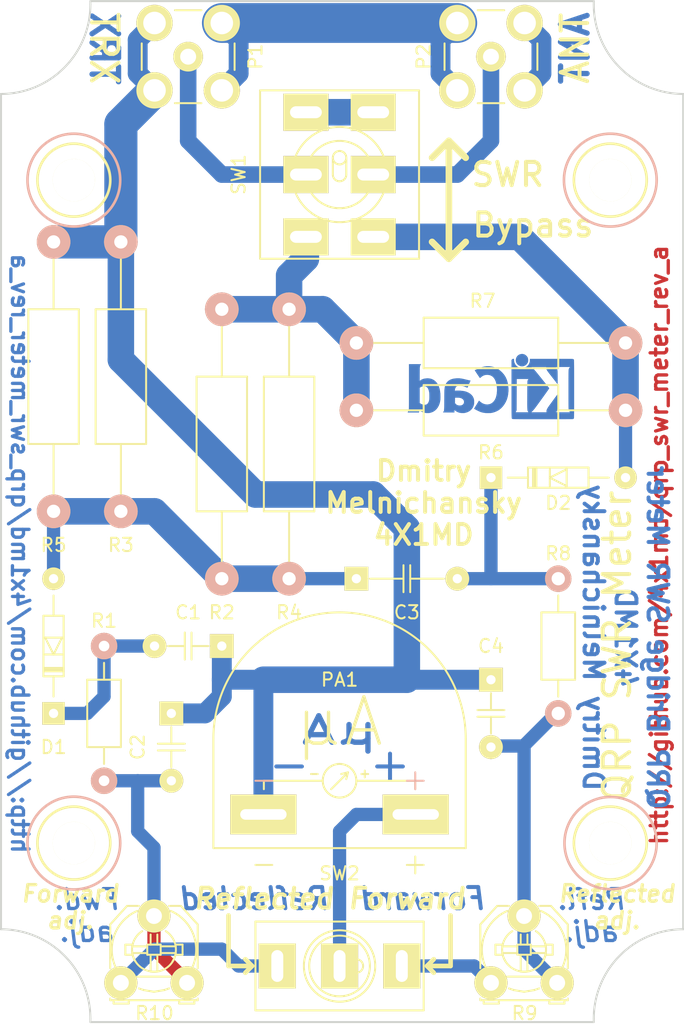
<source format=kicad_pcb>
(kicad_pcb (version 4) (host pcbnew 4.0.7-e2-6376~58~ubuntu16.04.1)

  (general
    (links 41)
    (no_connects 2)
    (area 117.821429 65.374999 169.578571 143.061)
    (thickness 1.6)
    (drawings 88)
    (tracks 89)
    (zones 0)
    (modules 26)
    (nets 15)
  )

  (page A4)
  (title_block
    (title "QRP SWR Meter for Yaesu FT-817ND")
    (date 2017-12-02)
    (rev A)
    (company 4X1MD)
  )

  (layers
    (0 F.Cu signal)
    (31 B.Cu signal)
    (32 B.Adhes user)
    (33 F.Adhes user)
    (34 B.Paste user)
    (35 F.Paste user)
    (36 B.SilkS user)
    (37 F.SilkS user)
    (38 B.Mask user)
    (39 F.Mask user)
    (40 Dwgs.User user)
    (41 Cmts.User user)
    (42 Eco1.User user)
    (43 Eco2.User user)
    (44 Edge.Cuts user)
    (45 Margin user)
    (46 B.CrtYd user)
    (47 F.CrtYd user)
    (48 B.Fab user)
    (49 F.Fab user)
  )

  (setup
    (last_trace_width 0.25)
    (user_trace_width 0.5)
    (user_trace_width 0.75)
    (user_trace_width 1)
    (user_trace_width 1.25)
    (user_trace_width 1.5)
    (user_trace_width 2)
    (user_trace_width 2.5)
    (user_trace_width 3)
    (trace_clearance 0.2)
    (zone_clearance 0.35)
    (zone_45_only yes)
    (trace_min 0.2)
    (segment_width 0.5)
    (edge_width 0.15)
    (via_size 0.6)
    (via_drill 0.4)
    (via_min_size 0.4)
    (via_min_drill 0.3)
    (user_via 0.4 0.3)
    (user_via 0.5 0.3)
    (uvia_size 0.3)
    (uvia_drill 0.1)
    (uvias_allowed no)
    (uvia_min_size 0.2)
    (uvia_min_drill 0.1)
    (pcb_text_width 0.25)
    (pcb_text_size 1.5 1.5)
    (mod_edge_width 0.15)
    (mod_text_size 1 1)
    (mod_text_width 0.15)
    (pad_size 3.2 3.2)
    (pad_drill 3.2)
    (pad_to_mask_clearance 0.2)
    (aux_axis_origin 0 0)
    (visible_elements 7FFFFFFF)
    (pcbplotparams
      (layerselection 0x010f0_80000001)
      (usegerberextensions false)
      (usegerberattributes true)
      (excludeedgelayer false)
      (linewidth 0.150000)
      (plotframeref false)
      (viasonmask false)
      (mode 1)
      (useauxorigin false)
      (hpglpennumber 1)
      (hpglpenspeed 20)
      (hpglpendiameter 15)
      (hpglpenoverlay 2)
      (psnegative false)
      (psa4output false)
      (plotreference true)
      (plotvalue false)
      (plotinvisibletext false)
      (padsonsilk true)
      (subtractmaskfromsilk false)
      (outputformat 1)
      (mirror false)
      (drillshape 0)
      (scaleselection 1)
      (outputdirectory gerbers/gerbers_kicad/))
  )

  (net 0 "")
  (net 1 GNDREF)
  (net 2 "Net-(C1-Pad2)")
  (net 3 "Net-(C2-Pad2)")
  (net 4 "Net-(C3-Pad1)")
  (net 5 "Net-(C4-Pad2)")
  (net 6 "Net-(P1-Pad1)")
  (net 7 "Net-(P2-Pad1)")
  (net 8 "Net-(SW1-Pad1)")
  (net 9 "Net-(PA1-Pad1)")
  (net 10 "Net-(R2-Pad1)")
  (net 11 "Net-(C3-Pad2)")
  (net 12 "Net-(D2-Pad2)")
  (net 13 "Net-(R9-Pad1)")
  (net 14 "Net-(R10-Pad1)")

  (net_class Default "This is the default net class."
    (clearance 0.2)
    (trace_width 0.25)
    (via_dia 0.6)
    (via_drill 0.4)
    (uvia_dia 0.3)
    (uvia_drill 0.1)
    (add_net GNDREF)
    (add_net "Net-(C1-Pad2)")
    (add_net "Net-(C2-Pad2)")
    (add_net "Net-(C3-Pad1)")
    (add_net "Net-(C3-Pad2)")
    (add_net "Net-(C4-Pad2)")
    (add_net "Net-(D2-Pad2)")
    (add_net "Net-(P1-Pad1)")
    (add_net "Net-(P2-Pad1)")
    (add_net "Net-(PA1-Pad1)")
    (add_net "Net-(R10-Pad1)")
    (add_net "Net-(R2-Pad1)")
    (add_net "Net-(R9-Pad1)")
    (add_net "Net-(SW1-Pad1)")
  )

  (module custom_kicad_footprints:Microampermeter (layer F.Cu) (tedit 57C70BA4) (tstamp 57ADED1D)
    (at 143.51 127)
    (path /57ADF987)
    (fp_text reference PA1 (at 0 -10.16) (layer F.SilkS)
      (effects (font (size 1 1) (thickness 0.15)))
    )
    (fp_text value "250uA, 1.2K" (at 0 -12.7) (layer F.Fab) hide
      (effects (font (size 1 1) (thickness 0.15)))
    )
    (fp_line (start 5.715 -3.175) (end 5.715 -1.905) (layer B.SilkS) (width 0.15))
    (fp_line (start 5.08 -2.54) (end 6.35 -2.54) (layer B.SilkS) (width 0.15))
    (fp_line (start -6.35 -2.54) (end -5.08 -2.54) (layer B.SilkS) (width 0.15))
    (fp_line (start -6.35 3.81) (end -5.08 3.81) (layer F.SilkS) (width 0.15))
    (fp_line (start 5.715 3.175) (end 5.715 4.445) (layer F.SilkS) (width 0.15))
    (fp_line (start 5.08 3.81) (end 6.35 3.81) (layer F.SilkS) (width 0.15))
    (fp_line (start -1.651 -3.048) (end -2.159 -3.048) (layer F.SilkS) (width 0.15))
    (fp_line (start 1.905 -3.302) (end 1.905 -2.794) (layer F.SilkS) (width 0.15))
    (fp_line (start 1.651 -3.048) (end 2.159 -3.048) (layer F.SilkS) (width 0.15))
    (fp_line (start -5.715 -2.54) (end -5.715 -1.905) (layer F.SilkS) (width 0.15))
    (fp_line (start -1.27 -2.54) (end -5.715 -2.54) (layer F.SilkS) (width 0.15))
    (fp_line (start 1.27 -2.54) (end 5.715 -2.54) (layer F.SilkS) (width 0.15))
    (fp_line (start 5.715 -2.54) (end 5.715 -1.905) (layer F.SilkS) (width 0.15))
    (fp_line (start 0.635 -3.175) (end 0.508 -2.667) (layer F.SilkS) (width 0.15))
    (fp_line (start 0.635 -3.175) (end 0.127 -3.048) (layer F.SilkS) (width 0.15))
    (fp_line (start -0.635 -1.905) (end 0.635 -3.175) (layer F.SilkS) (width 0.15))
    (fp_circle (center 0 -2.54) (end 1.27 -2.54) (layer F.SilkS) (width 0.15))
    (fp_line (start -20 5.08) (end -20 -35.08) (layer F.CrtYd) (width 0.15))
    (fp_line (start -20 -35.08) (end 20 -35.08) (layer F.CrtYd) (width 0.15))
    (fp_line (start 20 5.08) (end 20 -35.08) (layer F.CrtYd) (width 0.15))
    (fp_line (start -20 5.08) (end 20 5.08) (layer F.CrtYd) (width 0.15))
    (fp_line (start -9.525 2.54) (end -9.525 -5.715) (layer F.SilkS) (width 0.15))
    (fp_line (start 9.525 -5.715) (end 9.525 2.54) (layer F.SilkS) (width 0.15))
    (fp_arc (start 0 -5.715) (end -9.525 -5.715) (angle 90) (layer F.SilkS) (width 0.15))
    (fp_arc (start 0 -5.715) (end 0 -15.24) (angle 90) (layer F.SilkS) (width 0.15))
    (fp_line (start -9.525 2.54) (end 9.525 2.54) (layer F.SilkS) (width 0.15))
    (fp_text user μA (at 0 -6.985) (layer F.SilkS)
      (effects (font (size 3.5 3.5) (thickness 0.25)))
    )
    (pad 2 thru_hole rect (at -5.75 0) (size 5 3) (drill oval 3.5 0.8) (layers *.Cu *.Mask F.SilkS)
      (net 1 GNDREF))
    (pad 1 thru_hole rect (at 5.75 0) (size 5 3) (drill oval 3.5 0.8) (layers *.Cu *.Mask F.SilkS)
      (net 9 "Net-(PA1-Pad1)"))
  )

  (module Mounting_Holes:MountingHole_3.2mm_M3 locked (layer F.Cu) (tedit 57C45CE5) (tstamp 57C57873)
    (at 163.95 79.16)
    (descr "Mounting Hole 3.2mm, no annular, M3")
    (tags "mounting hole 3.2mm no annular m3")
    (fp_text reference MH3 (at 0 -4.2) (layer F.SilkS) hide
      (effects (font (size 1 1) (thickness 0.15)))
    )
    (fp_text value MH_3.2mm_M3 (at 0 4.2) (layer F.Fab) hide
      (effects (font (size 1 1) (thickness 0.15)))
    )
    (fp_circle (center 0 0) (end 3.2 0) (layer Cmts.User) (width 0.15))
    (fp_circle (center 0 0) (end 3.45 0) (layer F.CrtYd) (width 0.05))
    (pad 1 np_thru_hole circle (at 0 0) (size 3.2 3.2) (drill 3.2) (layers *.Cu *.Mask F.SilkS))
  )

  (module Mounting_Holes:MountingHole_3.2mm_M3 locked (layer F.Cu) (tedit 57C45CFE) (tstamp 57C57879)
    (at 123.45 79.16)
    (descr "Mounting Hole 3.2mm, no annular, M3")
    (tags "mounting hole 3.2mm no annular m3")
    (fp_text reference MH4 (at 0 -4.2) (layer F.SilkS) hide
      (effects (font (size 1 1) (thickness 0.15)))
    )
    (fp_text value MH_3.2mm_M3 (at 0 4.2) (layer F.Fab) hide
      (effects (font (size 1 1) (thickness 0.15)))
    )
    (fp_circle (center 0 0) (end 3.2 0) (layer Cmts.User) (width 0.15))
    (fp_circle (center 0 0) (end 3.45 0) (layer F.CrtYd) (width 0.05))
    (pad 1 np_thru_hole circle (at 0 0) (size 3.2 3.2) (drill 3.2) (layers *.Cu *.Mask F.SilkS))
  )

  (module Mounting_Holes:MountingHole_3.2mm_M3 locked (layer F.Cu) (tedit 57C45CC1) (tstamp 57C5786C)
    (at 123.45 129.16)
    (descr "Mounting Hole 3.2mm, no annular, M3")
    (tags "mounting hole 3.2mm no annular m3")
    (fp_text reference MH1 (at 0 -4.2) (layer F.SilkS) hide
      (effects (font (size 1 1) (thickness 0.15)))
    )
    (fp_text value MH_3.2mm_M3 (at 0 4.2) (layer F.Fab) hide
      (effects (font (size 1 1) (thickness 0.15)))
    )
    (fp_circle (center 0 0) (end 3.2 0) (layer Cmts.User) (width 0.15))
    (fp_circle (center 0 0) (end 3.45 0) (layer F.CrtYd) (width 0.05))
    (pad 1 np_thru_hole circle (at 0 0) (size 3.2 3.2) (drill 3.2) (layers *.Cu *.Mask F.SilkS))
  )

  (module Resistors_ThroughHole:Resistor_Horizontal_RM10mm (layer F.Cu) (tedit 57BDDD04) (tstamp 57A9FB5F)
    (at 125.73 114.3 270)
    (descr "Resistor, Axial,  RM 10mm, 1/3W")
    (tags "Resistor Axial RM 10mm 1/3W")
    (path /57A5006B)
    (fp_text reference R1 (at -1.905 0 360) (layer F.SilkS)
      (effects (font (size 1 1) (thickness 0.15)))
    )
    (fp_text value 10K (at 5.08 0 270) (layer F.Fab)
      (effects (font (size 1 1) (thickness 0.15)))
    )
    (fp_line (start -1.25 -1.5) (end 11.4 -1.5) (layer F.CrtYd) (width 0.05))
    (fp_line (start -1.25 1.5) (end -1.25 -1.5) (layer F.CrtYd) (width 0.05))
    (fp_line (start 11.4 -1.5) (end 11.4 1.5) (layer F.CrtYd) (width 0.05))
    (fp_line (start -1.25 1.5) (end 11.4 1.5) (layer F.CrtYd) (width 0.05))
    (fp_line (start 2.54 -1.27) (end 7.62 -1.27) (layer F.SilkS) (width 0.15))
    (fp_line (start 7.62 -1.27) (end 7.62 1.27) (layer F.SilkS) (width 0.15))
    (fp_line (start 7.62 1.27) (end 2.54 1.27) (layer F.SilkS) (width 0.15))
    (fp_line (start 2.54 1.27) (end 2.54 -1.27) (layer F.SilkS) (width 0.15))
    (fp_line (start 2.54 0) (end 1.27 0) (layer F.SilkS) (width 0.15))
    (fp_line (start 7.62 0) (end 8.89 0) (layer F.SilkS) (width 0.15))
    (pad 1 thru_hole circle (at 0 0 270) (size 2 2) (drill 0.8) (layers *.Cu *.SilkS *.Mask)
      (net 2 "Net-(C1-Pad2)"))
    (pad 2 thru_hole circle (at 10.16 0 270) (size 2 2) (drill 0.8) (layers *.Cu *.SilkS *.Mask)
      (net 3 "Net-(C2-Pad2)"))
    (model Resistors_ThroughHole.3dshapes/Resistor_Horizontal_RM10mm.wrl
      (at (xyz 0.2 0 0))
      (scale (xyz 0.4 0.4 0.4))
      (rotate (xyz 0 0 0))
    )
  )

  (module Resistors_ThroughHole:Resistor_Horizontal_RM10mm (layer F.Cu) (tedit 57BDDB68) (tstamp 57C28D8A)
    (at 160.02 109.22 270)
    (descr "Resistor, Axial,  RM 10mm, 1/3W")
    (tags "Resistor Axial RM 10mm 1/3W")
    (path /57A4FFD9)
    (fp_text reference R8 (at -1.905 0 360) (layer F.SilkS)
      (effects (font (size 1 1) (thickness 0.15)))
    )
    (fp_text value 10K (at 5.08 0 270) (layer F.Fab)
      (effects (font (size 1 1) (thickness 0.15)))
    )
    (fp_line (start -1.25 -1.5) (end 11.4 -1.5) (layer F.CrtYd) (width 0.05))
    (fp_line (start -1.25 1.5) (end -1.25 -1.5) (layer F.CrtYd) (width 0.05))
    (fp_line (start 11.4 -1.5) (end 11.4 1.5) (layer F.CrtYd) (width 0.05))
    (fp_line (start -1.25 1.5) (end 11.4 1.5) (layer F.CrtYd) (width 0.05))
    (fp_line (start 2.54 -1.27) (end 7.62 -1.27) (layer F.SilkS) (width 0.15))
    (fp_line (start 7.62 -1.27) (end 7.62 1.27) (layer F.SilkS) (width 0.15))
    (fp_line (start 7.62 1.27) (end 2.54 1.27) (layer F.SilkS) (width 0.15))
    (fp_line (start 2.54 1.27) (end 2.54 -1.27) (layer F.SilkS) (width 0.15))
    (fp_line (start 2.54 0) (end 1.27 0) (layer F.SilkS) (width 0.15))
    (fp_line (start 7.62 0) (end 8.89 0) (layer F.SilkS) (width 0.15))
    (pad 1 thru_hole circle (at 0 0 270) (size 1.99898 1.99898) (drill 1.00076) (layers *.Cu *.SilkS *.Mask)
      (net 11 "Net-(C3-Pad2)"))
    (pad 2 thru_hole circle (at 10.16 0 270) (size 1.99898 1.99898) (drill 1.00076) (layers *.Cu *.SilkS *.Mask)
      (net 5 "Net-(C4-Pad2)"))
    (model Resistors_ThroughHole.3dshapes/Resistor_Horizontal_RM10mm.wrl
      (at (xyz 0.2 0 0))
      (scale (xyz 0.4 0.4 0.4))
      (rotate (xyz 0 0 0))
    )
  )

  (module Potentiometers:Potentiometer_Triwood_RM-065 (layer F.Cu) (tedit 57C715F9) (tstamp 57C60541)
    (at 154.94 139.7)
    (descr "Potentiometer, Trimmer, RM-065")
    (tags "Potentiometer, Trimmer, RM-065")
    (path /57BDC1B7)
    (fp_text reference R9 (at 2.54 2.286 180) (layer F.SilkS)
      (effects (font (size 1 1) (thickness 0.15)))
    )
    (fp_text value 47K (at 2.54 1.905) (layer F.Fab)
      (effects (font (size 1 1) (thickness 0.15)))
    )
    (fp_line (start 2.24536 -2.88036) (end 2.24536 -3.64236) (layer F.SilkS) (width 0.15))
    (fp_line (start 2.75336 -2.88036) (end 2.75336 -3.64236) (layer F.SilkS) (width 0.15))
    (fp_arc (start 2.49936 -2.49936) (end 4.15036 -2.24536) (angle 90) (layer F.SilkS) (width 0.15))
    (fp_arc (start 2.49936 -2.49936) (end 2.62636 -0.84836) (angle 90) (layer F.SilkS) (width 0.15))
    (fp_arc (start 2.49936 -2.49936) (end 3.38836 -3.89636) (angle 90) (layer F.SilkS) (width 0.15))
    (fp_arc (start 2.49936 -2.49936) (end 1.10236 -1.61036) (angle 90) (layer F.SilkS) (width 0.15))
    (fp_line (start -0.80264 1.31064) (end -0.80264 1.18364) (layer F.SilkS) (width 0.15))
    (fp_line (start -0.80264 -2.49936) (end -0.80264 -1.10236) (layer F.SilkS) (width 0.15))
    (fp_line (start 5.80136 1.31064) (end 5.80136 1.18364) (layer F.SilkS) (width 0.15))
    (fp_line (start 5.80136 -2.49936) (end 5.80136 -1.10236) (layer F.SilkS) (width 0.15))
    (fp_line (start 1.35636 0.42164) (end 1.73736 0.54864) (layer F.SilkS) (width 0.15))
    (fp_line (start 1.73736 0.54864) (end 2.49936 0.67564) (layer F.SilkS) (width 0.15))
    (fp_line (start 2.49936 0.67564) (end 3.26136 0.54864) (layer F.SilkS) (width 0.15))
    (fp_line (start 3.26136 0.54864) (end 3.64236 0.42164) (layer F.SilkS) (width 0.15))
    (fp_line (start 1.22936 -0.46736) (end 3.76936 -0.46736) (layer F.SilkS) (width 0.15))
    (fp_arc (start 2.49936 -2.49936) (end 3.76936 -5.42036) (angle 90) (layer F.SilkS) (width 0.15))
    (fp_arc (start 2.49936 -2.49936) (end -0.42164 -1.22936) (angle 90) (layer F.SilkS) (width 0.15))
    (fp_line (start 4.53136 -5.80136) (end 3.64236 -5.80136) (layer F.SilkS) (width 0.15))
    (fp_line (start 1.35636 -5.80136) (end 0.46736 -5.80136) (layer F.SilkS) (width 0.15))
    (fp_line (start 4.15036 -2.88036) (end 4.65836 -2.88036) (layer F.SilkS) (width 0.15))
    (fp_line (start 4.65836 -2.88036) (end 4.65836 -2.11836) (layer F.SilkS) (width 0.15))
    (fp_line (start 4.65836 -2.11836) (end 4.15036 -2.11836) (layer F.SilkS) (width 0.15))
    (fp_line (start 0.84836 -2.88036) (end 0.34036 -2.88036) (layer F.SilkS) (width 0.15))
    (fp_line (start 0.34036 -2.88036) (end 0.34036 -2.11836) (layer F.SilkS) (width 0.15))
    (fp_line (start 0.34036 -2.11836) (end 0.84836 -2.11836) (layer F.SilkS) (width 0.15))
    (fp_line (start 3.00736 -2.24536) (end 4.15036 -2.24536) (layer F.SilkS) (width 0.15))
    (fp_line (start 3.00736 -2.75336) (end 4.15036 -2.75336) (layer F.SilkS) (width 0.15))
    (fp_line (start 1.99136 -2.24536) (end 0.84836 -2.24536) (layer F.SilkS) (width 0.15))
    (fp_line (start 1.99136 -2.75336) (end 0.84836 -2.75336) (layer F.SilkS) (width 0.15))
    (fp_line (start 2.75336 -2.11836) (end 2.75336 -0.84836) (layer F.SilkS) (width 0.15))
    (fp_line (start 2.24536 -2.11836) (end 2.24536 -0.84836) (layer F.SilkS) (width 0.15))
    (fp_line (start 1.99136 -2.88036) (end 1.99136 -2.11836) (layer F.SilkS) (width 0.15))
    (fp_line (start 1.99136 -2.11836) (end 3.00736 -2.11836) (layer F.SilkS) (width 0.15))
    (fp_line (start 3.00736 -2.11836) (end 3.00736 -2.88036) (layer F.SilkS) (width 0.15))
    (fp_line (start 3.00736 -2.88036) (end 1.99136 -2.88036) (layer F.SilkS) (width 0.15))
    (fp_line (start 0.46736 -5.80136) (end -0.80264 -4.40436) (layer F.SilkS) (width 0.15))
    (fp_line (start -0.80264 -4.40436) (end -0.80264 -2.49936) (layer F.SilkS) (width 0.15))
    (fp_line (start 4.53136 -5.80136) (end 5.80136 -4.40436) (layer F.SilkS) (width 0.15))
    (fp_line (start 5.80136 -4.40436) (end 5.80136 -2.49936) (layer F.SilkS) (width 0.15))
    (fp_line (start 5.54736 1.31064) (end 5.54736 1.56464) (layer F.SilkS) (width 0.15))
    (fp_line (start 5.54736 1.56464) (end 4.40436 1.56464) (layer F.SilkS) (width 0.15))
    (fp_line (start 4.40436 1.56464) (end 4.40436 1.31064) (layer F.SilkS) (width 0.15))
    (fp_line (start -0.54864 1.31064) (end -0.54864 1.56464) (layer F.SilkS) (width 0.15))
    (fp_line (start -0.54864 1.56464) (end 0.59436 1.56464) (layer F.SilkS) (width 0.15))
    (fp_line (start 0.59436 1.56464) (end 0.59436 1.31064) (layer F.SilkS) (width 0.15))
    (fp_line (start -0.80264 1.31064) (end 5.80136 1.31064) (layer F.SilkS) (width 0.15))
    (pad 2 thru_hole circle (at 2.49936 -5.03936) (size 2.49936 2.49936) (drill 1.19888) (layers *.Cu *.Mask F.SilkS)
      (net 5 "Net-(C4-Pad2)"))
    (pad 3 thru_hole circle (at 4.99872 0) (size 2.49936 2.49936) (drill 1.19888) (layers *.Cu *.Mask F.SilkS)
      (net 5 "Net-(C4-Pad2)"))
    (pad 1 thru_hole circle (at 0 0) (size 2.49936 2.49936) (drill 1.19888) (layers *.Cu *.Mask F.SilkS)
      (net 13 "Net-(R9-Pad1)"))
    (model Potentiometers.3dshapes/Potentiometer_Triwood_RM-065.wrl
      (at (xyz 0 0 0))
      (scale (xyz 4 4 4))
      (rotate (xyz 0 0 0))
    )
  )

  (module Potentiometers:Potentiometer_Triwood_RM-065 (layer F.Cu) (tedit 57C71607) (tstamp 57C60575)
    (at 127 139.7)
    (descr "Potentiometer, Trimmer, RM-065")
    (tags "Potentiometer, Trimmer, RM-065")
    (path /57BDC276)
    (fp_text reference R10 (at 2.54 2.286 180) (layer F.SilkS)
      (effects (font (size 1 1) (thickness 0.15)))
    )
    (fp_text value 47K (at 2.54 1.905) (layer F.Fab)
      (effects (font (size 1 1) (thickness 0.15)))
    )
    (fp_line (start 2.24536 -2.88036) (end 2.24536 -3.64236) (layer F.SilkS) (width 0.15))
    (fp_line (start 2.75336 -2.88036) (end 2.75336 -3.64236) (layer F.SilkS) (width 0.15))
    (fp_arc (start 2.49936 -2.49936) (end 4.15036 -2.24536) (angle 90) (layer F.SilkS) (width 0.15))
    (fp_arc (start 2.49936 -2.49936) (end 2.62636 -0.84836) (angle 90) (layer F.SilkS) (width 0.15))
    (fp_arc (start 2.49936 -2.49936) (end 3.38836 -3.89636) (angle 90) (layer F.SilkS) (width 0.15))
    (fp_arc (start 2.49936 -2.49936) (end 1.10236 -1.61036) (angle 90) (layer F.SilkS) (width 0.15))
    (fp_line (start -0.80264 1.31064) (end -0.80264 1.18364) (layer F.SilkS) (width 0.15))
    (fp_line (start -0.80264 -2.49936) (end -0.80264 -1.10236) (layer F.SilkS) (width 0.15))
    (fp_line (start 5.80136 1.31064) (end 5.80136 1.18364) (layer F.SilkS) (width 0.15))
    (fp_line (start 5.80136 -2.49936) (end 5.80136 -1.10236) (layer F.SilkS) (width 0.15))
    (fp_line (start 1.35636 0.42164) (end 1.73736 0.54864) (layer F.SilkS) (width 0.15))
    (fp_line (start 1.73736 0.54864) (end 2.49936 0.67564) (layer F.SilkS) (width 0.15))
    (fp_line (start 2.49936 0.67564) (end 3.26136 0.54864) (layer F.SilkS) (width 0.15))
    (fp_line (start 3.26136 0.54864) (end 3.64236 0.42164) (layer F.SilkS) (width 0.15))
    (fp_line (start 1.22936 -0.46736) (end 3.76936 -0.46736) (layer F.SilkS) (width 0.15))
    (fp_arc (start 2.49936 -2.49936) (end 3.76936 -5.42036) (angle 90) (layer F.SilkS) (width 0.15))
    (fp_arc (start 2.49936 -2.49936) (end -0.42164 -1.22936) (angle 90) (layer F.SilkS) (width 0.15))
    (fp_line (start 4.53136 -5.80136) (end 3.64236 -5.80136) (layer F.SilkS) (width 0.15))
    (fp_line (start 1.35636 -5.80136) (end 0.46736 -5.80136) (layer F.SilkS) (width 0.15))
    (fp_line (start 4.15036 -2.88036) (end 4.65836 -2.88036) (layer F.SilkS) (width 0.15))
    (fp_line (start 4.65836 -2.88036) (end 4.65836 -2.11836) (layer F.SilkS) (width 0.15))
    (fp_line (start 4.65836 -2.11836) (end 4.15036 -2.11836) (layer F.SilkS) (width 0.15))
    (fp_line (start 0.84836 -2.88036) (end 0.34036 -2.88036) (layer F.SilkS) (width 0.15))
    (fp_line (start 0.34036 -2.88036) (end 0.34036 -2.11836) (layer F.SilkS) (width 0.15))
    (fp_line (start 0.34036 -2.11836) (end 0.84836 -2.11836) (layer F.SilkS) (width 0.15))
    (fp_line (start 3.00736 -2.24536) (end 4.15036 -2.24536) (layer F.SilkS) (width 0.15))
    (fp_line (start 3.00736 -2.75336) (end 4.15036 -2.75336) (layer F.SilkS) (width 0.15))
    (fp_line (start 1.99136 -2.24536) (end 0.84836 -2.24536) (layer F.SilkS) (width 0.15))
    (fp_line (start 1.99136 -2.75336) (end 0.84836 -2.75336) (layer F.SilkS) (width 0.15))
    (fp_line (start 2.75336 -2.11836) (end 2.75336 -0.84836) (layer F.SilkS) (width 0.15))
    (fp_line (start 2.24536 -2.11836) (end 2.24536 -0.84836) (layer F.SilkS) (width 0.15))
    (fp_line (start 1.99136 -2.88036) (end 1.99136 -2.11836) (layer F.SilkS) (width 0.15))
    (fp_line (start 1.99136 -2.11836) (end 3.00736 -2.11836) (layer F.SilkS) (width 0.15))
    (fp_line (start 3.00736 -2.11836) (end 3.00736 -2.88036) (layer F.SilkS) (width 0.15))
    (fp_line (start 3.00736 -2.88036) (end 1.99136 -2.88036) (layer F.SilkS) (width 0.15))
    (fp_line (start 0.46736 -5.80136) (end -0.80264 -4.40436) (layer F.SilkS) (width 0.15))
    (fp_line (start -0.80264 -4.40436) (end -0.80264 -2.49936) (layer F.SilkS) (width 0.15))
    (fp_line (start 4.53136 -5.80136) (end 5.80136 -4.40436) (layer F.SilkS) (width 0.15))
    (fp_line (start 5.80136 -4.40436) (end 5.80136 -2.49936) (layer F.SilkS) (width 0.15))
    (fp_line (start 5.54736 1.31064) (end 5.54736 1.56464) (layer F.SilkS) (width 0.15))
    (fp_line (start 5.54736 1.56464) (end 4.40436 1.56464) (layer F.SilkS) (width 0.15))
    (fp_line (start 4.40436 1.56464) (end 4.40436 1.31064) (layer F.SilkS) (width 0.15))
    (fp_line (start -0.54864 1.31064) (end -0.54864 1.56464) (layer F.SilkS) (width 0.15))
    (fp_line (start -0.54864 1.56464) (end 0.59436 1.56464) (layer F.SilkS) (width 0.15))
    (fp_line (start 0.59436 1.56464) (end 0.59436 1.31064) (layer F.SilkS) (width 0.15))
    (fp_line (start -0.80264 1.31064) (end 5.80136 1.31064) (layer F.SilkS) (width 0.15))
    (pad 2 thru_hole circle (at 2.49936 -5.03936) (size 2.49936 2.49936) (drill 1.19888) (layers *.Cu *.Mask F.SilkS)
      (net 3 "Net-(C2-Pad2)"))
    (pad 3 thru_hole circle (at 4.99872 0) (size 2.49936 2.49936) (drill 1.19888) (layers *.Cu *.Mask F.SilkS)
      (net 3 "Net-(C2-Pad2)"))
    (pad 1 thru_hole circle (at 0 0) (size 2.49936 2.49936) (drill 1.19888) (layers *.Cu *.Mask F.SilkS)
      (net 14 "Net-(R10-Pad1)"))
    (model Potentiometers.3dshapes/Potentiometer_Triwood_RM-065.wrl
      (at (xyz 0 0 0))
      (scale (xyz 4 4 4))
      (rotate (xyz 0 0 0))
    )
  )

  (module Connect:SMB_Straight (layer F.Cu) (tedit 57C70AA3) (tstamp 57C3239F)
    (at 132.08 69.85 270)
    (descr "SMB pcb mounting jack")
    (tags "SMB Jack  Striaght")
    (path /57A53196)
    (fp_text reference P1 (at 0 -5.08 450) (layer F.SilkS)
      (effects (font (size 1 1) (thickness 0.15)))
    )
    (fp_text value BNC (at 0.25 0 270) (layer F.Fab)
      (effects (font (size 1 1) (thickness 0.15)))
    )
    (fp_line (start -4.25 -4.25) (end 4.25 -4.25) (layer B.CrtYd) (width 0.05))
    (fp_line (start 4.25 -4.25) (end 4.25 4.25) (layer B.CrtYd) (width 0.05))
    (fp_line (start 4.25 4.25) (end -4.25 4.25) (layer B.CrtYd) (width 0.05))
    (fp_line (start -4.25 4.25) (end -4.25 -4.25) (layer B.CrtYd) (width 0.05))
    (fp_line (start 4.25 4.25) (end -4.25 4.25) (layer F.CrtYd) (width 0.05))
    (fp_line (start -4.25 4.25) (end -4.25 -4.25) (layer F.CrtYd) (width 0.05))
    (fp_line (start 4.25 -4.25) (end 4.25 4.25) (layer F.CrtYd) (width 0.05))
    (fp_line (start -4.25 -4.25) (end 4.25 -4.25) (layer F.CrtYd) (width 0.05))
    (fp_line (start -1 -3.5052) (end 1 -3.5052) (layer F.SilkS) (width 0.15))
    (fp_line (start 3.5052 -1) (end 3.5052 1) (layer F.SilkS) (width 0.15))
    (fp_line (start 1 3.5052) (end -1 3.5052) (layer F.SilkS) (width 0.15))
    (fp_line (start -3.5052 1) (end -3.5052 -1) (layer F.SilkS) (width 0.15))
    (pad 2 thru_hole circle (at -2.54 2.54 270) (size 2.74 2.74) (drill 1.7) (layers *.Cu *.Mask F.SilkS)
      (net 1 GNDREF))
    (pad 2 thru_hole circle (at 2.54 2.54 270) (size 2.74 2.74) (drill 1.7) (layers *.Cu *.Mask F.SilkS)
      (net 1 GNDREF))
    (pad 2 thru_hole circle (at 2.54 -2.54 270) (size 2.74 2.74) (drill 1.7) (layers *.Cu *.Mask F.SilkS)
      (net 1 GNDREF))
    (pad 2 thru_hole circle (at -2.54 -2.54 270) (size 2.74 2.74) (drill 1.7) (layers *.Cu *.Mask F.SilkS)
      (net 1 GNDREF))
    (pad 1 thru_hole circle (at 0 0 270) (size 2.24 2.24) (drill 1.2) (layers *.Cu *.Mask F.SilkS)
      (net 6 "Net-(P1-Pad1)"))
    (model Connect.3dshapes/SMB_Straight.wrl
      (at (xyz 0 0 0))
      (scale (xyz 1 1 1))
      (rotate (xyz 0 0 0))
    )
  )

  (module Mounting_Holes:MountingHole_3.2mm_M3 locked (layer F.Cu) (tedit 57C45CC9) (tstamp 57C5784C)
    (at 163.95 129.16)
    (descr "Mounting Hole 3.2mm, no annular, M3")
    (tags "mounting hole 3.2mm no annular m3")
    (fp_text reference MH2 (at 0 -4.2) (layer F.SilkS) hide
      (effects (font (size 1 1) (thickness 0.15)))
    )
    (fp_text value MH_3.2mm_M3 (at 0 4.2) (layer F.Fab) hide
      (effects (font (size 1 1) (thickness 0.15)))
    )
    (fp_circle (center 0 0) (end 3.2 0) (layer Cmts.User) (width 0.15))
    (fp_circle (center 0 0) (end 3.45 0) (layer F.CrtYd) (width 0.05))
    (pad 1 np_thru_hole circle (at 0 0) (size 3.2 3.2) (drill 3.2) (layers *.Cu *.Mask F.SilkS))
  )

  (module Connect:SMB_Straight (layer F.Cu) (tedit 57C70AA8) (tstamp 57C46815)
    (at 154.94 69.85 270)
    (descr "SMB pcb mounting jack")
    (tags "SMB Jack  Striaght")
    (path /57A525C8)
    (fp_text reference P2 (at 0 5.08 450) (layer F.SilkS)
      (effects (font (size 1 1) (thickness 0.15)))
    )
    (fp_text value BNC (at 0.25 0 270) (layer F.Fab)
      (effects (font (size 1 1) (thickness 0.15)))
    )
    (fp_line (start -4.25 -4.25) (end 4.25 -4.25) (layer B.CrtYd) (width 0.05))
    (fp_line (start 4.25 -4.25) (end 4.25 4.25) (layer B.CrtYd) (width 0.05))
    (fp_line (start 4.25 4.25) (end -4.25 4.25) (layer B.CrtYd) (width 0.05))
    (fp_line (start -4.25 4.25) (end -4.25 -4.25) (layer B.CrtYd) (width 0.05))
    (fp_line (start 4.25 4.25) (end -4.25 4.25) (layer F.CrtYd) (width 0.05))
    (fp_line (start -4.25 4.25) (end -4.25 -4.25) (layer F.CrtYd) (width 0.05))
    (fp_line (start 4.25 -4.25) (end 4.25 4.25) (layer F.CrtYd) (width 0.05))
    (fp_line (start -4.25 -4.25) (end 4.25 -4.25) (layer F.CrtYd) (width 0.05))
    (fp_line (start -1 -3.5052) (end 1 -3.5052) (layer F.SilkS) (width 0.15))
    (fp_line (start 3.5052 -1) (end 3.5052 1) (layer F.SilkS) (width 0.15))
    (fp_line (start 1 3.5052) (end -1 3.5052) (layer F.SilkS) (width 0.15))
    (fp_line (start -3.5052 1) (end -3.5052 -1) (layer F.SilkS) (width 0.15))
    (pad 2 thru_hole circle (at -2.54 2.54 270) (size 2.74 2.74) (drill 1.7) (layers *.Cu *.Mask F.SilkS)
      (net 1 GNDREF))
    (pad 2 thru_hole circle (at 2.54 2.54 270) (size 2.74 2.74) (drill 1.7) (layers *.Cu *.Mask F.SilkS)
      (net 1 GNDREF))
    (pad 2 thru_hole circle (at 2.54 -2.54 270) (size 2.74 2.74) (drill 1.7) (layers *.Cu *.Mask F.SilkS)
      (net 1 GNDREF))
    (pad 2 thru_hole circle (at -2.54 -2.54 270) (size 2.74 2.74) (drill 1.7) (layers *.Cu *.Mask F.SilkS)
      (net 1 GNDREF))
    (pad 1 thru_hole circle (at 0 0 270) (size 2.24 2.24) (drill 1.2) (layers *.Cu *.Mask F.SilkS)
      (net 7 "Net-(P2-Pad1)"))
    (model Connect.3dshapes/SMB_Straight.wrl
      (at (xyz 0 0 0))
      (scale (xyz 1 1 1))
      (rotate (xyz 0 0 0))
    )
  )

  (module custom_kicad_footprints:Tumbler_SW (layer F.Cu) (tedit 57C71A0F) (tstamp 57C5AEAA)
    (at 143.51 138.43 180)
    (descr "Tumbler Switch x2")
    (tags "SWITCH DEV TOGGLE ILLUM SPDT")
    (path /57ADF93C)
    (fp_text reference SW2 (at 0 6.985 360) (layer F.SilkS)
      (effects (font (size 1 1) (thickness 0.15)))
    )
    (fp_text value "2 pos. switch" (at 0 -2.54 180) (layer F.Fab) hide
      (effects (font (size 1 1) (thickness 0.15)))
    )
    (fp_circle (center 0 0) (end 1.905 1.905) (layer F.SilkS) (width 0.15))
    (fp_circle (center 0 0) (end 1.905 1.27) (layer F.SilkS) (width 0.15))
    (fp_line (start 6.35 -3.35) (end 6.35 3.35) (layer F.SilkS) (width 0.15))
    (fp_line (start 6.35 3.35) (end -6.35 3.35) (layer F.SilkS) (width 0.15))
    (fp_line (start -6.35 3.35) (end -6.35 -3.35) (layer F.SilkS) (width 0.15))
    (fp_line (start -6.35 -3.35) (end 6.35 -3.35) (layer F.SilkS) (width 0.15))
    (fp_circle (center -1.27 0) (end -1.778 0) (layer F.SilkS) (width 0.15))
    (fp_line (start 0 0.508) (end -1.27 0.508) (layer F.SilkS) (width 0.15))
    (fp_line (start -1.27 -0.508) (end 0 -0.508) (layer F.SilkS) (width 0.15))
    (fp_arc (start 0 0) (end 0 -0.508) (angle 90) (layer F.SilkS) (width 0.15))
    (fp_arc (start 0 0) (end 0.508 0) (angle 90) (layer F.SilkS) (width 0.15))
    (pad 1 thru_hole rect (at -4.7 0 180) (size 2.8 3.4) (drill oval 0.9 2.4) (layers *.Cu *.Mask F.SilkS)
      (net 13 "Net-(R9-Pad1)"))
    (pad 2 thru_hole rect (at 0 0 180) (size 2.8 3.4) (drill oval 0.9 2.4) (layers *.Cu *.Mask F.SilkS)
      (net 9 "Net-(PA1-Pad1)"))
    (pad 3 thru_hole rect (at 4.7 0 180) (size 2.8 3.4) (drill oval 0.9 2.4) (layers *.Cu *.Mask F.SilkS)
      (net 14 "Net-(R10-Pad1)"))
    (model Buttons_Switches_ThroughHole.3dshapes/SW_NKK_G1xJP.wrl
      (at (xyz 0 0 0))
      (scale (xyz 0.63 0.44 0.55))
      (rotate (xyz 0 0 0))
    )
  )

  (module custom_kicad_footprints:Tumbler_SW_x2 (layer F.Cu) (tedit 57C5A983) (tstamp 57ADED1E)
    (at 143.51 78.74 270)
    (descr "Tumbler Switch x2")
    (tags "SWITCH DEV TOGGLE ILLUM SPDT")
    (path /57A4EDF0)
    (fp_text reference SW1 (at 0 7.62 270) (layer F.SilkS)
      (effects (font (size 1 1) (thickness 0.15)))
    )
    (fp_text value "Double switch" (at 0 -7.62 270) (layer F.Fab)
      (effects (font (size 1 1) (thickness 0.15)))
    )
    (fp_circle (center 0 0) (end 2.54 -2.54) (layer F.SilkS) (width 0.15))
    (fp_line (start 6.35 -6) (end 6.35 6) (layer F.SilkS) (width 0.15))
    (fp_line (start 6.35 6) (end -6.35 6) (layer F.SilkS) (width 0.15))
    (fp_line (start -6.35 6) (end -6.35 -6) (layer F.SilkS) (width 0.15))
    (fp_line (start -6.35 -6) (end 6.35 -6) (layer F.SilkS) (width 0.15))
    (fp_circle (center 0 0) (end 2.54 0) (layer F.SilkS) (width 0.15))
    (fp_circle (center -1.27 0) (end -1.778 0) (layer F.SilkS) (width 0.15))
    (fp_line (start 0 0.508) (end -1.27 0.508) (layer F.SilkS) (width 0.15))
    (fp_line (start -1.27 -0.508) (end 0 -0.508) (layer F.SilkS) (width 0.15))
    (fp_arc (start 0 0) (end 0 -0.508) (angle 90) (layer F.SilkS) (width 0.15))
    (fp_arc (start 0 0) (end 0.508 0) (angle 90) (layer F.SilkS) (width 0.15))
    (pad 1 thru_hole rect (at -4.7 2.54 270) (size 2.8 3.4) (drill oval 0.9 2.4) (layers *.Cu *.Mask F.SilkS)
      (net 8 "Net-(SW1-Pad1)"))
    (pad 2 thru_hole rect (at 0 2.54 270) (size 2.8 3.4) (drill oval 0.9 2.4) (layers *.Cu *.Mask F.SilkS)
      (net 6 "Net-(P1-Pad1)"))
    (pad 3 thru_hole rect (at 4.7 2.54 270) (size 2.8 3.4) (drill oval 0.9 2.4) (layers *.Cu *.Mask F.SilkS)
      (net 10 "Net-(R2-Pad1)"))
    (pad 4 thru_hole rect (at -4.7 -2.54 270) (size 2.8 3.4) (drill oval 0.9 2.4) (layers *.Cu *.Mask F.SilkS)
      (net 8 "Net-(SW1-Pad1)"))
    (pad 5 thru_hole rect (at 0 -2.54 270) (size 2.8 3.4) (drill oval 0.9 2.4) (layers *.Cu *.Mask F.SilkS)
      (net 7 "Net-(P2-Pad1)"))
    (pad 6 thru_hole rect (at 4.7 -2.54 270) (size 2.8 3.4) (drill oval 0.9 2.4) (layers *.Cu *.Mask F.SilkS)
      (net 12 "Net-(D2-Pad2)"))
    (model Buttons_Switches_ThroughHole.3dshapes/SW_NKK_G1xJP.wrl
      (at (xyz 0 0 0))
      (scale (xyz 0.63 0.77 0.55))
      (rotate (xyz 0 0 0))
    )
  )

  (module swr_meter_rev_a_custom_lib:Capacitor_Disc_D6_P5 (layer F.Cu) (tedit 57C70B8D) (tstamp 57C7086F)
    (at 134.62 114.3 180)
    (descr "Capacitor 6mm Disc, Pitch 5mm")
    (tags Capacitor)
    (path /57A4FC5D)
    (fp_text reference C1 (at 2.54 2.54 180) (layer F.SilkS)
      (effects (font (size 1 1) (thickness 0.15)))
    )
    (fp_text value 2200pF (at 2.54 -2.54 180) (layer F.Fab)
      (effects (font (size 1 1) (thickness 0.15)))
    )
    (fp_line (start 2.794 0) (end 4.064 0) (layer F.SilkS) (width 0.15))
    (fp_line (start 2.794 -1.016) (end 2.794 1.016) (layer F.SilkS) (width 0.15))
    (fp_line (start 2.286 -1.016) (end 2.286 1.016) (layer F.SilkS) (width 0.15))
    (fp_line (start 1.016 0) (end 2.286 0) (layer F.SilkS) (width 0.15))
    (fp_line (start -0.95 -1.27) (end 5.95 -1.27) (layer F.CrtYd) (width 0.05))
    (fp_line (start 5.95 -1.27) (end 5.95 1.27) (layer F.CrtYd) (width 0.05))
    (fp_line (start 5.95 1.27) (end -0.95 1.27) (layer F.CrtYd) (width 0.05))
    (fp_line (start -0.95 1.27) (end -0.95 -1.27) (layer F.CrtYd) (width 0.05))
    (pad 1 thru_hole rect (at 0 0 180) (size 1.8 1.8) (drill 0.7) (layers *.Cu *.Mask F.SilkS)
      (net 1 GNDREF))
    (pad 2 thru_hole circle (at 5.08 0 180) (size 1.8 1.8) (drill 0.7) (layers *.Cu *.Mask F.SilkS)
      (net 2 "Net-(C1-Pad2)"))
    (model Capacitors_ThroughHole.3dshapes/C_Disc_D6_P5.wrl
      (at (xyz 0.0984252 0 0))
      (scale (xyz 1 1 1))
      (rotate (xyz 0 0 0))
    )
  )

  (module swr_meter_rev_a_custom_lib:Capacitor_Disc_D6_P5 (layer F.Cu) (tedit 57C70C04) (tstamp 57C70874)
    (at 130.81 119.38 270)
    (descr "Capacitor 6mm Disc, Pitch 5mm")
    (tags Capacitor)
    (path /57A4FEA9)
    (fp_text reference C2 (at 2.54 2.54 450) (layer F.SilkS)
      (effects (font (size 1 1) (thickness 0.15)))
    )
    (fp_text value 0.01uF (at 2.54 -1.905 270) (layer F.Fab)
      (effects (font (size 1 1) (thickness 0.15)))
    )
    (fp_line (start 2.794 0) (end 4.064 0) (layer F.SilkS) (width 0.15))
    (fp_line (start 2.794 -1.016) (end 2.794 1.016) (layer F.SilkS) (width 0.15))
    (fp_line (start 2.286 -1.016) (end 2.286 1.016) (layer F.SilkS) (width 0.15))
    (fp_line (start 1.016 0) (end 2.286 0) (layer F.SilkS) (width 0.15))
    (fp_line (start -0.95 -1.27) (end 5.95 -1.27) (layer F.CrtYd) (width 0.05))
    (fp_line (start 5.95 -1.27) (end 5.95 1.27) (layer F.CrtYd) (width 0.05))
    (fp_line (start 5.95 1.27) (end -0.95 1.27) (layer F.CrtYd) (width 0.05))
    (fp_line (start -0.95 1.27) (end -0.95 -1.27) (layer F.CrtYd) (width 0.05))
    (pad 1 thru_hole rect (at 0 0 270) (size 1.8 1.8) (drill 0.7) (layers *.Cu *.Mask F.SilkS)
      (net 1 GNDREF))
    (pad 2 thru_hole circle (at 5.08 0 270) (size 1.8 1.8) (drill 0.7) (layers *.Cu *.Mask F.SilkS)
      (net 3 "Net-(C2-Pad2)"))
    (model Capacitors_ThroughHole.3dshapes/C_Disc_D6_P5.wrl
      (at (xyz 0.0984252 0 0))
      (scale (xyz 1 1 1))
      (rotate (xyz 0 0 0))
    )
  )

  (module custom_kicad_footprints:Capacitor_Disc_D6_P7.5 (layer F.Cu) (tedit 57C717D3) (tstamp 57C70879)
    (at 148.59 109.22)
    (descr "Capacitor 6mm Disc, Pitch 7.5mm")
    (tags Capacitor)
    (path /57A4FE58)
    (fp_text reference C3 (at 0 2.54) (layer F.SilkS)
      (effects (font (size 1 1) (thickness 0.15)))
    )
    (fp_text value 2200pF (at 4.445 2.54) (layer F.Fab)
      (effects (font (size 1 1) (thickness 0.15)))
    )
    (fp_line (start -0.254 0) (end -2.794 0) (layer F.SilkS) (width 0.15))
    (fp_line (start 0.254 0) (end 2.794 0) (layer F.SilkS) (width 0.15))
    (fp_line (start 0.254 -1.016) (end 0.254 1.016) (layer F.SilkS) (width 0.15))
    (fp_line (start -0.254 -1.016) (end -0.254 1.016) (layer F.SilkS) (width 0.15))
    (fp_line (start -4.76 -1.27) (end 4.68 -1.27) (layer F.CrtYd) (width 0.05))
    (fp_line (start 4.68 -1.27) (end 4.68 1.27) (layer F.CrtYd) (width 0.05))
    (fp_line (start 4.68 1.27) (end -4.76 1.27) (layer F.CrtYd) (width 0.05))
    (fp_line (start -4.76 1.27) (end -4.76 -1.27) (layer F.CrtYd) (width 0.05))
    (pad 1 thru_hole rect (at -3.81 0) (size 1.8 1.8) (drill 0.7) (layers *.Cu *.Mask F.SilkS)
      (net 4 "Net-(C3-Pad1)"))
    (pad 2 thru_hole circle (at 3.81 0) (size 1.8 1.8) (drill 0.7) (layers *.Cu *.Mask F.SilkS)
      (net 11 "Net-(C3-Pad2)"))
    (model Capacitors_ThroughHole.3dshapes/C_Disc_D12_P7.75.wrl
      (at (xyz 0 0 0))
      (scale (xyz 1 1 1))
      (rotate (xyz 0 0 0))
    )
  )

  (module swr_meter_rev_a_custom_lib:Capacitor_Disc_D6_P5 (layer F.Cu) (tedit 57C70C0D) (tstamp 57C70886)
    (at 154.94 116.84 270)
    (descr "Capacitor 6mm Disc, Pitch 5mm")
    (tags Capacitor)
    (path /57A4FD8D)
    (fp_text reference C4 (at -2.54 0 360) (layer F.SilkS)
      (effects (font (size 1 1) (thickness 0.15)))
    )
    (fp_text value 0.01uF (at 2.54 -1.905 270) (layer F.Fab)
      (effects (font (size 1 1) (thickness 0.15)))
    )
    (fp_line (start 2.794 0) (end 4.064 0) (layer F.SilkS) (width 0.15))
    (fp_line (start 2.794 -1.016) (end 2.794 1.016) (layer F.SilkS) (width 0.15))
    (fp_line (start 2.286 -1.016) (end 2.286 1.016) (layer F.SilkS) (width 0.15))
    (fp_line (start 1.016 0) (end 2.286 0) (layer F.SilkS) (width 0.15))
    (fp_line (start -0.95 -1.27) (end 5.95 -1.27) (layer F.CrtYd) (width 0.05))
    (fp_line (start 5.95 -1.27) (end 5.95 1.27) (layer F.CrtYd) (width 0.05))
    (fp_line (start 5.95 1.27) (end -0.95 1.27) (layer F.CrtYd) (width 0.05))
    (fp_line (start -0.95 1.27) (end -0.95 -1.27) (layer F.CrtYd) (width 0.05))
    (pad 1 thru_hole rect (at 0 0 270) (size 1.8 1.8) (drill 0.7) (layers *.Cu *.Mask F.SilkS)
      (net 1 GNDREF))
    (pad 2 thru_hole circle (at 5.08 0 270) (size 1.8 1.8) (drill 0.7) (layers *.Cu *.Mask F.SilkS)
      (net 5 "Net-(C4-Pad2)"))
    (model Capacitors_ThroughHole.3dshapes/C_Disc_D6_P5.wrl
      (at (xyz 0.0984252 0 0))
      (scale (xyz 1 1 1))
      (rotate (xyz 0 0 0))
    )
  )

  (module custom_kicad_footprints:Diode_DO-35_SOD27_Horizontal_RM10 (layer F.Cu) (tedit 57C70BFE) (tstamp 57C7088B)
    (at 121.92 119.38 90)
    (descr "Diode, DO-35,  SOD27, Horizontal, RM 10mm")
    (tags "Diode, DO-35, SOD27, Horizontal, RM 10mm, 1N4148,")
    (path /57A4FC0A)
    (fp_text reference D1 (at -2.54 0 180) (layer F.SilkS)
      (effects (font (size 1 1) (thickness 0.15)))
    )
    (fp_text value 1N60P (at 5.08 1.905 90) (layer F.Fab)
      (effects (font (size 1 1) (thickness 0.15)))
    )
    (fp_line (start 3.175 -0.762) (end 3.175 0.762) (layer F.SilkS) (width 0.15))
    (fp_line (start 3.302 -0.762) (end 3.302 0.762) (layer F.SilkS) (width 0.15))
    (fp_line (start 4.445 -0.635) (end 4.445 0.635) (layer F.SilkS) (width 0.15))
    (fp_line (start 4.445 0) (end 5.715 -0.635) (layer F.SilkS) (width 0.15))
    (fp_line (start 5.715 -0.635) (end 5.715 0.635) (layer F.SilkS) (width 0.15))
    (fp_line (start 5.715 0.635) (end 4.445 0) (layer F.SilkS) (width 0.15))
    (fp_line (start 7.36652 -0.00254) (end 8.89 -0.00254) (layer F.SilkS) (width 0.15))
    (fp_line (start 2.79452 -0.00254) (end 1.27 -0.00254) (layer F.SilkS) (width 0.15))
    (fp_line (start 3.42952 -0.76454) (end 3.42952 0.75946) (layer F.SilkS) (width 0.15))
    (fp_line (start 2.79452 -0.00254) (end 2.79452 0.75946) (layer F.SilkS) (width 0.15))
    (fp_line (start 2.79452 0.75946) (end 7.36652 0.75946) (layer F.SilkS) (width 0.15))
    (fp_line (start 7.36652 0.75946) (end 7.36652 -0.76454) (layer F.SilkS) (width 0.15))
    (fp_line (start 7.36652 -0.76454) (end 2.79452 -0.76454) (layer F.SilkS) (width 0.15))
    (fp_line (start 2.79452 -0.76454) (end 2.79452 -0.00254) (layer F.SilkS) (width 0.15))
    (pad 2 thru_hole circle (at 10.16052 -0.00254 270) (size 1.69926 1.69926) (drill 0.70104) (layers *.Cu *.Mask F.SilkS)
      (net 4 "Net-(C3-Pad1)"))
    (pad 1 thru_hole rect (at 0.00052 -0.00254 270) (size 1.69926 1.69926) (drill 0.70104) (layers *.Cu *.Mask F.SilkS)
      (net 2 "Net-(C1-Pad2)"))
    (model Diodes_ThroughHole.3dshapes/Diode_DO-35_SOD27_Horizontal_RM10.wrl
      (at (xyz 0.2 0 0))
      (scale (xyz 0.4 0.4 0.4))
      (rotate (xyz 0 0 180))
    )
  )

  (module custom_kicad_footprints:Diode_DO-35_SOD27_Horizontal_RM10 (layer F.Cu) (tedit 57C70BF9) (tstamp 57C70896)
    (at 154.94 101.6)
    (descr "Diode, DO-35,  SOD27, Horizontal, RM 10mm")
    (tags "Diode, DO-35, SOD27, Horizontal, RM 10mm, 1N4148,")
    (path /57A4FBC5)
    (fp_text reference D2 (at 5.08 1.905) (layer F.SilkS)
      (effects (font (size 1 1) (thickness 0.15)))
    )
    (fp_text value 1N60P (at 5.08 3.81) (layer F.Fab)
      (effects (font (size 1 1) (thickness 0.15)))
    )
    (fp_line (start 3.175 -0.762) (end 3.175 0.762) (layer F.SilkS) (width 0.15))
    (fp_line (start 3.302 -0.762) (end 3.302 0.762) (layer F.SilkS) (width 0.15))
    (fp_line (start 4.445 -0.635) (end 4.445 0.635) (layer F.SilkS) (width 0.15))
    (fp_line (start 4.445 0) (end 5.715 -0.635) (layer F.SilkS) (width 0.15))
    (fp_line (start 5.715 -0.635) (end 5.715 0.635) (layer F.SilkS) (width 0.15))
    (fp_line (start 5.715 0.635) (end 4.445 0) (layer F.SilkS) (width 0.15))
    (fp_line (start 7.36652 -0.00254) (end 8.89 -0.00254) (layer F.SilkS) (width 0.15))
    (fp_line (start 2.79452 -0.00254) (end 1.27 -0.00254) (layer F.SilkS) (width 0.15))
    (fp_line (start 3.42952 -0.76454) (end 3.42952 0.75946) (layer F.SilkS) (width 0.15))
    (fp_line (start 2.79452 -0.00254) (end 2.79452 0.75946) (layer F.SilkS) (width 0.15))
    (fp_line (start 2.79452 0.75946) (end 7.36652 0.75946) (layer F.SilkS) (width 0.15))
    (fp_line (start 7.36652 0.75946) (end 7.36652 -0.76454) (layer F.SilkS) (width 0.15))
    (fp_line (start 7.36652 -0.76454) (end 2.79452 -0.76454) (layer F.SilkS) (width 0.15))
    (fp_line (start 2.79452 -0.76454) (end 2.79452 -0.00254) (layer F.SilkS) (width 0.15))
    (pad 2 thru_hole circle (at 10.16052 -0.00254 180) (size 1.69926 1.69926) (drill 0.70104) (layers *.Cu *.Mask F.SilkS)
      (net 12 "Net-(D2-Pad2)"))
    (pad 1 thru_hole rect (at 0.00052 -0.00254 180) (size 1.69926 1.69926) (drill 0.70104) (layers *.Cu *.Mask F.SilkS)
      (net 11 "Net-(C3-Pad2)"))
    (model Diodes_ThroughHole.3dshapes/Diode_DO-35_SOD27_Horizontal_RM10.wrl
      (at (xyz 0.2 0 0))
      (scale (xyz 0.4 0.4 0.4))
      (rotate (xyz 0 0 180))
    )
  )

  (module custom_kicad_footprints:Resistor_Horizontal_2W (layer F.Cu) (tedit 57C70B63) (tstamp 57C708A1)
    (at 134.62 88.9 270)
    (descr "Resistor, Axial, RM 20mm,")
    (tags "Resistor Axial RM 20mm")
    (path /57A4EBA6)
    (fp_text reference R2 (at 22.86 0 360) (layer F.SilkS)
      (effects (font (size 1 1) (thickness 0.15)))
    )
    (fp_text value 100 (at 10.16 0 270) (layer F.Fab)
      (effects (font (size 1 1) (thickness 0.15)))
    )
    (fp_line (start 5.08 -1.905) (end 5.08 1.905) (layer F.SilkS) (width 0.15))
    (fp_line (start 5.08 1.905) (end 15.24 1.905) (layer F.SilkS) (width 0.15))
    (fp_line (start 15.24 1.905) (end 15.24 -1.905) (layer F.SilkS) (width 0.15))
    (fp_line (start 15.24 -1.905) (end 5.08 -1.905) (layer F.SilkS) (width 0.15))
    (fp_line (start 19.05 0) (end 15.24 0) (layer F.SilkS) (width 0.15))
    (fp_line (start 1.27 0) (end 5.08 0) (layer F.SilkS) (width 0.15))
    (fp_line (start -1.25 2.8) (end -1.25 -2.8) (layer F.CrtYd) (width 0.05))
    (fp_line (start -1.25 -2.8) (end 21.6 -2.8) (layer F.CrtYd) (width 0.05))
    (fp_line (start 21.6 -2.8) (end 21.6 2.8) (layer F.CrtYd) (width 0.05))
    (fp_line (start 21.6 2.8) (end -1.25 2.8) (layer F.CrtYd) (width 0.05))
    (pad 1 thru_hole circle (at 0 0 270) (size 2.54 2.54) (drill 1.00076) (layers *.Cu *.SilkS *.Mask)
      (net 10 "Net-(R2-Pad1)"))
    (pad 2 thru_hole circle (at 20.32 0 270) (size 2.54 2.54) (drill 1.00076) (layers *.Cu *.SilkS *.Mask)
      (net 4 "Net-(C3-Pad1)"))
    (model Resistors_ThroughHole.3dshapes/Resistor_Horizontal_RM20mm.wrl
      (at (xyz 0.4 0 0))
      (scale (xyz 0.4 0.4 0.4))
      (rotate (xyz 0 0 0))
    )
  )

  (module custom_kicad_footprints:Resistor_Horizontal_2W (layer F.Cu) (tedit 57C70B35) (tstamp 57C708B0)
    (at 127 104.14 90)
    (descr "Resistor, Axial, RM 20mm,")
    (tags "Resistor Axial RM 20mm")
    (path /57A4EC47)
    (fp_text reference R3 (at -2.54 0 180) (layer F.SilkS)
      (effects (font (size 1 1) (thickness 0.15)))
    )
    (fp_text value 100 (at 10.16 0 90) (layer F.Fab)
      (effects (font (size 1 1) (thickness 0.15)))
    )
    (fp_line (start 5.08 -1.905) (end 5.08 1.905) (layer F.SilkS) (width 0.15))
    (fp_line (start 5.08 1.905) (end 15.24 1.905) (layer F.SilkS) (width 0.15))
    (fp_line (start 15.24 1.905) (end 15.24 -1.905) (layer F.SilkS) (width 0.15))
    (fp_line (start 15.24 -1.905) (end 5.08 -1.905) (layer F.SilkS) (width 0.15))
    (fp_line (start 19.05 0) (end 15.24 0) (layer F.SilkS) (width 0.15))
    (fp_line (start 1.27 0) (end 5.08 0) (layer F.SilkS) (width 0.15))
    (fp_line (start -1.25 2.8) (end -1.25 -2.8) (layer F.CrtYd) (width 0.05))
    (fp_line (start -1.25 -2.8) (end 21.6 -2.8) (layer F.CrtYd) (width 0.05))
    (fp_line (start 21.6 -2.8) (end 21.6 2.8) (layer F.CrtYd) (width 0.05))
    (fp_line (start 21.6 2.8) (end -1.25 2.8) (layer F.CrtYd) (width 0.05))
    (pad 1 thru_hole circle (at 0 0 90) (size 2.54 2.54) (drill 1.00076) (layers *.Cu *.SilkS *.Mask)
      (net 4 "Net-(C3-Pad1)"))
    (pad 2 thru_hole circle (at 20.32 0 90) (size 2.54 2.54) (drill 1.00076) (layers *.Cu *.SilkS *.Mask)
      (net 1 GNDREF))
    (model Resistors_ThroughHole.3dshapes/Resistor_Horizontal_RM20mm.wrl
      (at (xyz 0.4 0 0))
      (scale (xyz 0.4 0.4 0.4))
      (rotate (xyz 0 0 0))
    )
  )

  (module custom_kicad_footprints:Resistor_Horizontal_2W (layer F.Cu) (tedit 57C70B5B) (tstamp 57C708BF)
    (at 139.7 88.9 270)
    (descr "Resistor, Axial, RM 20mm,")
    (tags "Resistor Axial RM 20mm")
    (path /57A4EBF9)
    (fp_text reference R4 (at 22.86 0 360) (layer F.SilkS)
      (effects (font (size 1 1) (thickness 0.15)))
    )
    (fp_text value 100 (at 10.16 0 270) (layer F.Fab)
      (effects (font (size 1 1) (thickness 0.15)))
    )
    (fp_line (start 5.08 -1.905) (end 5.08 1.905) (layer F.SilkS) (width 0.15))
    (fp_line (start 5.08 1.905) (end 15.24 1.905) (layer F.SilkS) (width 0.15))
    (fp_line (start 15.24 1.905) (end 15.24 -1.905) (layer F.SilkS) (width 0.15))
    (fp_line (start 15.24 -1.905) (end 5.08 -1.905) (layer F.SilkS) (width 0.15))
    (fp_line (start 19.05 0) (end 15.24 0) (layer F.SilkS) (width 0.15))
    (fp_line (start 1.27 0) (end 5.08 0) (layer F.SilkS) (width 0.15))
    (fp_line (start -1.25 2.8) (end -1.25 -2.8) (layer F.CrtYd) (width 0.05))
    (fp_line (start -1.25 -2.8) (end 21.6 -2.8) (layer F.CrtYd) (width 0.05))
    (fp_line (start 21.6 -2.8) (end 21.6 2.8) (layer F.CrtYd) (width 0.05))
    (fp_line (start 21.6 2.8) (end -1.25 2.8) (layer F.CrtYd) (width 0.05))
    (pad 1 thru_hole circle (at 0 0 270) (size 2.54 2.54) (drill 1.00076) (layers *.Cu *.SilkS *.Mask)
      (net 10 "Net-(R2-Pad1)"))
    (pad 2 thru_hole circle (at 20.32 0 270) (size 2.54 2.54) (drill 1.00076) (layers *.Cu *.SilkS *.Mask)
      (net 4 "Net-(C3-Pad1)"))
    (model Resistors_ThroughHole.3dshapes/Resistor_Horizontal_RM20mm.wrl
      (at (xyz 0.4 0 0))
      (scale (xyz 0.4 0.4 0.4))
      (rotate (xyz 0 0 0))
    )
  )

  (module custom_kicad_footprints:Resistor_Horizontal_2W (layer F.Cu) (tedit 57C70B3A) (tstamp 57C708CE)
    (at 121.92 104.14 90)
    (descr "Resistor, Axial, RM 20mm,")
    (tags "Resistor Axial RM 20mm")
    (path /57A4EC1C)
    (fp_text reference R5 (at -2.54 0 180) (layer F.SilkS)
      (effects (font (size 1 1) (thickness 0.15)))
    )
    (fp_text value 100 (at 10.16 0 90) (layer F.Fab)
      (effects (font (size 1 1) (thickness 0.15)))
    )
    (fp_line (start 5.08 -1.905) (end 5.08 1.905) (layer F.SilkS) (width 0.15))
    (fp_line (start 5.08 1.905) (end 15.24 1.905) (layer F.SilkS) (width 0.15))
    (fp_line (start 15.24 1.905) (end 15.24 -1.905) (layer F.SilkS) (width 0.15))
    (fp_line (start 15.24 -1.905) (end 5.08 -1.905) (layer F.SilkS) (width 0.15))
    (fp_line (start 19.05 0) (end 15.24 0) (layer F.SilkS) (width 0.15))
    (fp_line (start 1.27 0) (end 5.08 0) (layer F.SilkS) (width 0.15))
    (fp_line (start -1.25 2.8) (end -1.25 -2.8) (layer F.CrtYd) (width 0.05))
    (fp_line (start -1.25 -2.8) (end 21.6 -2.8) (layer F.CrtYd) (width 0.05))
    (fp_line (start 21.6 -2.8) (end 21.6 2.8) (layer F.CrtYd) (width 0.05))
    (fp_line (start 21.6 2.8) (end -1.25 2.8) (layer F.CrtYd) (width 0.05))
    (pad 1 thru_hole circle (at 0 0 90) (size 2.54 2.54) (drill 1.00076) (layers *.Cu *.SilkS *.Mask)
      (net 4 "Net-(C3-Pad1)"))
    (pad 2 thru_hole circle (at 20.32 0 90) (size 2.54 2.54) (drill 1.00076) (layers *.Cu *.SilkS *.Mask)
      (net 1 GNDREF))
    (model Resistors_ThroughHole.3dshapes/Resistor_Horizontal_RM20mm.wrl
      (at (xyz 0.4 0 0))
      (scale (xyz 0.4 0.4 0.4))
      (rotate (xyz 0 0 0))
    )
  )

  (module custom_kicad_footprints:Resistor_Horizontal_2W (layer F.Cu) (tedit 57C710C4) (tstamp 57C708DD)
    (at 165.1 96.52 180)
    (descr "Resistor, Axial, RM 20mm,")
    (tags "Resistor Axial RM 20mm")
    (path /57A4EDCD)
    (fp_text reference R6 (at 10.16 -3.175 180) (layer F.SilkS)
      (effects (font (size 1 1) (thickness 0.15)))
    )
    (fp_text value 100 (at 10.16 0 180) (layer F.Fab)
      (effects (font (size 1 1) (thickness 0.15)))
    )
    (fp_line (start 5.08 -1.905) (end 5.08 1.905) (layer F.SilkS) (width 0.15))
    (fp_line (start 5.08 1.905) (end 15.24 1.905) (layer F.SilkS) (width 0.15))
    (fp_line (start 15.24 1.905) (end 15.24 -1.905) (layer F.SilkS) (width 0.15))
    (fp_line (start 15.24 -1.905) (end 5.08 -1.905) (layer F.SilkS) (width 0.15))
    (fp_line (start 19.05 0) (end 15.24 0) (layer F.SilkS) (width 0.15))
    (fp_line (start 1.27 0) (end 5.08 0) (layer F.SilkS) (width 0.15))
    (fp_line (start -1.25 2.8) (end -1.25 -2.8) (layer F.CrtYd) (width 0.05))
    (fp_line (start -1.25 -2.8) (end 21.6 -2.8) (layer F.CrtYd) (width 0.05))
    (fp_line (start 21.6 -2.8) (end 21.6 2.8) (layer F.CrtYd) (width 0.05))
    (fp_line (start 21.6 2.8) (end -1.25 2.8) (layer F.CrtYd) (width 0.05))
    (pad 1 thru_hole circle (at 0 0 180) (size 2.54 2.54) (drill 1.00076) (layers *.Cu *.SilkS *.Mask)
      (net 12 "Net-(D2-Pad2)"))
    (pad 2 thru_hole circle (at 20.32 0 180) (size 2.54 2.54) (drill 1.00076) (layers *.Cu *.SilkS *.Mask)
      (net 10 "Net-(R2-Pad1)"))
    (model Resistors_ThroughHole.3dshapes/Resistor_Horizontal_RM20mm.wrl
      (at (xyz 0.4 0 0))
      (scale (xyz 0.4 0.4 0.4))
      (rotate (xyz 0 0 0))
    )
  )

  (module custom_kicad_footprints:Resistor_Horizontal_2W (layer F.Cu) (tedit 57C710BF) (tstamp 57C708EC)
    (at 165.1 91.44 180)
    (descr "Resistor, Axial, RM 20mm,")
    (tags "Resistor Axial RM 20mm")
    (path /57A4EDAC)
    (fp_text reference R7 (at 10.795 3.175 180) (layer F.SilkS)
      (effects (font (size 1 1) (thickness 0.15)))
    )
    (fp_text value 100 (at 10.16 0 180) (layer F.Fab)
      (effects (font (size 1 1) (thickness 0.15)))
    )
    (fp_line (start 5.08 -1.905) (end 5.08 1.905) (layer F.SilkS) (width 0.15))
    (fp_line (start 5.08 1.905) (end 15.24 1.905) (layer F.SilkS) (width 0.15))
    (fp_line (start 15.24 1.905) (end 15.24 -1.905) (layer F.SilkS) (width 0.15))
    (fp_line (start 15.24 -1.905) (end 5.08 -1.905) (layer F.SilkS) (width 0.15))
    (fp_line (start 19.05 0) (end 15.24 0) (layer F.SilkS) (width 0.15))
    (fp_line (start 1.27 0) (end 5.08 0) (layer F.SilkS) (width 0.15))
    (fp_line (start -1.25 2.8) (end -1.25 -2.8) (layer F.CrtYd) (width 0.05))
    (fp_line (start -1.25 -2.8) (end 21.6 -2.8) (layer F.CrtYd) (width 0.05))
    (fp_line (start 21.6 -2.8) (end 21.6 2.8) (layer F.CrtYd) (width 0.05))
    (fp_line (start 21.6 2.8) (end -1.25 2.8) (layer F.CrtYd) (width 0.05))
    (pad 1 thru_hole circle (at 0 0 180) (size 2.54 2.54) (drill 1.00076) (layers *.Cu *.SilkS *.Mask)
      (net 12 "Net-(D2-Pad2)"))
    (pad 2 thru_hole circle (at 20.32 0 180) (size 2.54 2.54) (drill 1.00076) (layers *.Cu *.SilkS *.Mask)
      (net 10 "Net-(R2-Pad1)"))
    (model Resistors_ThroughHole.3dshapes/Resistor_Horizontal_RM20mm.wrl
      (at (xyz 0.4 0 0))
      (scale (xyz 0.4 0.4 0.4))
      (rotate (xyz 0 0 0))
    )
  )

  (module custom_kicad_footprints:KiCad-Logo_Copper (layer B.Cu) (tedit 0) (tstamp 5A22AC0D)
    (at 154.94 95.25 180)
    (descr "KiCad Logo")
    (tags "Logo KiCad")
    (attr virtual)
    (fp_text reference REF*** (at 0 0 180) (layer B.Cu) hide
      (effects (font (size 1 1) (thickness 0.15)) (justify mirror))
    )
    (fp_text value KiCad-Logo_Copper (at 0.75 0 180) (layer B.Fab) hide
      (effects (font (size 1 1) (thickness 0.15)) (justify mirror))
    )
    (fp_poly (pts (xy -2.9464 2.510946) (xy -2.935535 2.397007) (xy -2.903918 2.289384) (xy -2.853015 2.190385)
      (xy -2.784293 2.102316) (xy -2.699219 2.027484) (xy -2.602232 1.969616) (xy -2.495964 1.929995)
      (xy -2.38895 1.911427) (xy -2.2833 1.912566) (xy -2.181125 1.93207) (xy -2.084534 1.968594)
      (xy -1.995638 2.020795) (xy -1.916546 2.087327) (xy -1.849369 2.166848) (xy -1.796217 2.258013)
      (xy -1.759199 2.359477) (xy -1.740427 2.469898) (xy -1.738489 2.519794) (xy -1.738489 2.607733)
      (xy -1.68656 2.607733) (xy -1.650253 2.604889) (xy -1.623355 2.593089) (xy -1.596249 2.569351)
      (xy -1.557867 2.530969) (xy -1.557867 0.339398) (xy -1.557876 0.077261) (xy -1.557908 -0.163241)
      (xy -1.557972 -0.383048) (xy -1.558076 -0.583101) (xy -1.558227 -0.764344) (xy -1.558434 -0.927716)
      (xy -1.558706 -1.07416) (xy -1.55905 -1.204617) (xy -1.559474 -1.320029) (xy -1.559987 -1.421338)
      (xy -1.560597 -1.509484) (xy -1.561312 -1.58541) (xy -1.56214 -1.650057) (xy -1.563089 -1.704367)
      (xy -1.564167 -1.74928) (xy -1.565383 -1.78574) (xy -1.566745 -1.814687) (xy -1.568261 -1.837063)
      (xy -1.569938 -1.853809) (xy -1.571786 -1.865868) (xy -1.573813 -1.87418) (xy -1.576025 -1.879687)
      (xy -1.577108 -1.881537) (xy -1.581271 -1.888549) (xy -1.584805 -1.894996) (xy -1.588635 -1.9009)
      (xy -1.593682 -1.906286) (xy -1.600871 -1.911178) (xy -1.611123 -1.915598) (xy -1.625364 -1.919572)
      (xy -1.644514 -1.923121) (xy -1.669499 -1.92627) (xy -1.70124 -1.929042) (xy -1.740662 -1.931461)
      (xy -1.788686 -1.933551) (xy -1.846237 -1.935335) (xy -1.914237 -1.936837) (xy -1.99361 -1.93808)
      (xy -2.085279 -1.939089) (xy -2.190166 -1.939885) (xy -2.309196 -1.940494) (xy -2.44329 -1.940939)
      (xy -2.593373 -1.941243) (xy -2.760367 -1.94143) (xy -2.945196 -1.941524) (xy -3.148783 -1.941548)
      (xy -3.37205 -1.941525) (xy -3.615922 -1.94148) (xy -3.881321 -1.941437) (xy -3.919704 -1.941432)
      (xy -4.186682 -1.941389) (xy -4.432002 -1.941318) (xy -4.656583 -1.941213) (xy -4.861345 -1.941066)
      (xy -5.047206 -1.940869) (xy -5.215088 -1.940616) (xy -5.365908 -1.9403) (xy -5.500587 -1.939913)
      (xy -5.620044 -1.939447) (xy -5.725199 -1.938897) (xy -5.816971 -1.938253) (xy -5.896279 -1.937511)
      (xy -5.964043 -1.936661) (xy -6.021182 -1.935697) (xy -6.068617 -1.934611) (xy -6.107266 -1.933397)
      (xy -6.138049 -1.932047) (xy -6.161885 -1.930555) (xy -6.179694 -1.928911) (xy -6.192395 -1.927111)
      (xy -6.200908 -1.925145) (xy -6.205266 -1.923477) (xy -6.213728 -1.919906) (xy -6.221497 -1.91727)
      (xy -6.228602 -1.914634) (xy -6.235073 -1.911062) (xy -6.240939 -1.905621) (xy -6.246229 -1.897375)
      (xy -6.250974 -1.88539) (xy -6.255202 -1.868731) (xy -6.258943 -1.846463) (xy -6.262227 -1.817652)
      (xy -6.265083 -1.781363) (xy -6.26754 -1.736661) (xy -6.269629 -1.682611) (xy -6.271378 -1.618279)
      (xy -6.272817 -1.54273) (xy -6.273976 -1.45503) (xy -6.274883 -1.354243) (xy -6.275569 -1.239434)
      (xy -6.276063 -1.10967) (xy -6.276395 -0.964015) (xy -6.276593 -0.801535) (xy -6.276687 -0.621295)
      (xy -6.276708 -0.42236) (xy -6.276685 -0.203796) (xy -6.276646 0.035332) (xy -6.276622 0.29596)
      (xy -6.276622 0.338111) (xy -6.276636 0.601008) (xy -6.276661 0.842268) (xy -6.276671 1.062835)
      (xy -6.276642 1.263648) (xy -6.276548 1.445651) (xy -6.276362 1.609784) (xy -6.276059 1.756989)
      (xy -6.275614 1.888208) (xy -6.275034 1.998133) (xy -5.972197 1.998133) (xy -5.932407 1.940289)
      (xy -5.921236 1.924521) (xy -5.911166 1.910559) (xy -5.902138 1.897216) (xy -5.894097 1.883307)
      (xy -5.886986 1.867644) (xy -5.880747 1.849042) (xy -5.875325 1.826314) (xy -5.870662 1.798273)
      (xy -5.866701 1.763733) (xy -5.863385 1.721508) (xy -5.860659 1.670411) (xy -5.858464 1.609256)
      (xy -5.856745 1.536856) (xy -5.855444 1.452025) (xy -5.854505 1.353578) (xy -5.85387 1.240326)
      (xy -5.853484 1.111084) (xy -5.853288 0.964666) (xy -5.853227 0.799884) (xy -5.853243 0.615553)
      (xy -5.85328 0.410487) (xy -5.853289 0.287867) (xy -5.853265 0.070918) (xy -5.853231 -0.124642)
      (xy -5.853243 -0.299999) (xy -5.853358 -0.456341) (xy -5.85363 -0.594857) (xy -5.854118 -0.716734)
      (xy -5.854876 -0.82316) (xy -5.855962 -0.915322) (xy -5.857431 -0.994409) (xy -5.85934 -1.061608)
      (xy -5.861744 -1.118107) (xy -5.864701 -1.165093) (xy -5.868266 -1.203755) (xy -5.872495 -1.23528)
      (xy -5.877446 -1.260855) (xy -5.883173 -1.28167) (xy -5.889733 -1.298911) (xy -5.897183 -1.313765)
      (xy -5.905579 -1.327422) (xy -5.914976 -1.341069) (xy -5.925432 -1.355893) (xy -5.931523 -1.364783)
      (xy -5.970296 -1.4224) (xy -5.438732 -1.4224) (xy -5.315483 -1.422365) (xy -5.212987 -1.422215)
      (xy -5.12942 -1.421878) (xy -5.062956 -1.421286) (xy -5.011771 -1.420367) (xy -4.974041 -1.419051)
      (xy -4.94794 -1.417269) (xy -4.931644 -1.414951) (xy -4.923328 -1.412026) (xy -4.921168 -1.408424)
      (xy -4.923339 -1.404075) (xy -4.924535 -1.402645) (xy -4.949685 -1.365573) (xy -4.975583 -1.312772)
      (xy -4.999192 -1.25077) (xy -5.007461 -1.224357) (xy -5.012078 -1.206416) (xy -5.015979 -1.185355)
      (xy -5.019248 -1.159089) (xy -5.021966 -1.125532) (xy -5.024215 -1.082599) (xy -5.026077 -1.028204)
      (xy -5.027636 -0.960262) (xy -5.028972 -0.876688) (xy -5.030169 -0.775395) (xy -5.031308 -0.6543)
      (xy -5.031685 -0.6096) (xy -5.032702 -0.484449) (xy -5.03346 -0.380082) (xy -5.033903 -0.294707)
      (xy -5.03397 -0.226533) (xy -5.033605 -0.173765) (xy -5.032748 -0.134614) (xy -5.031341 -0.107285)
      (xy -5.029325 -0.089986) (xy -5.026643 -0.080926) (xy -5.023236 -0.078312) (xy -5.019044 -0.080351)
      (xy -5.014571 -0.084667) (xy -5.004216 -0.097602) (xy -4.982158 -0.126676) (xy -4.949957 -0.169759)
      (xy -4.909174 -0.224718) (xy -4.86137 -0.289423) (xy -4.808105 -0.361742) (xy -4.75094 -0.439544)
      (xy -4.691437 -0.520698) (xy -4.631155 -0.603072) (xy -4.571655 -0.684536) (xy -4.514498 -0.762957)
      (xy -4.461245 -0.836204) (xy -4.413457 -0.902147) (xy -4.372693 -0.958654) (xy -4.340516 -1.003593)
      (xy -4.318485 -1.034834) (xy -4.313917 -1.041466) (xy -4.290996 -1.078369) (xy -4.264188 -1.126359)
      (xy -4.238789 -1.175897) (xy -4.235568 -1.182577) (xy -4.21389 -1.230772) (xy -4.201304 -1.268334)
      (xy -4.195574 -1.30416) (xy -4.194456 -1.3462) (xy -4.19509 -1.4224) (xy -3.040651 -1.4224)
      (xy -3.131815 -1.328669) (xy -3.178612 -1.278775) (xy -3.228899 -1.222295) (xy -3.274944 -1.168026)
      (xy -3.295369 -1.142673) (xy -3.325807 -1.103128) (xy -3.365862 -1.049916) (xy -3.414361 -0.984667)
      (xy -3.470135 -0.909011) (xy -3.532011 -0.824577) (xy -3.598819 -0.732994) (xy -3.669387 -0.635892)
      (xy -3.742545 -0.534901) (xy -3.817121 -0.43165) (xy -3.891944 -0.327768) (xy -3.965843 -0.224885)
      (xy -4.037646 -0.124631) (xy -4.106184 -0.028636) (xy -4.170284 0.061473) (xy -4.228775 0.144064)
      (xy -4.280486 0.217508) (xy -4.324247 0.280176) (xy -4.358885 0.330439) (xy -4.38323 0.366666)
      (xy -4.396111 0.387229) (xy -4.397869 0.391332) (xy -4.38991 0.402658) (xy -4.369115 0.429838)
      (xy -4.336847 0.471171) (xy -4.29447 0.524956) (xy -4.243347 0.589494) (xy -4.184841 0.663082)
      (xy -4.120314 0.744022) (xy -4.051131 0.830612) (xy -3.978653 0.921152) (xy -3.904246 1.01394)
      (xy -3.844517 1.088298) (xy -2.833511 1.088298) (xy -2.827602 1.075341) (xy -2.813272 1.053092)
      (xy -2.812225 1.051609) (xy -2.793438 1.021456) (xy -2.773791 0.984625) (xy -2.769892 0.976489)
      (xy -2.766356 0.96806) (xy -2.76323 0.957941) (xy -2.760486 0.94474) (xy -2.758092 0.927062)
      (xy -2.756019 0.903516) (xy -2.754235 0.872707) (xy -2.752712 0.833243) (xy -2.751419 0.783731)
      (xy -2.750326 0.722777) (xy -2.749403 0.648989) (xy -2.748619 0.560972) (xy -2.747945 0.457335)
      (xy -2.74735 0.336684) (xy -2.746805 0.197626) (xy -2.746279 0.038768) (xy -2.745745 -0.140089)
      (xy -2.745206 -0.325207) (xy -2.744772 -0.489145) (xy -2.744509 -0.633303) (xy -2.744484 -0.759079)
      (xy -2.744765 -0.867871) (xy -2.745419 -0.961077) (xy -2.746514 -1.040097) (xy -2.748118 -1.106328)
      (xy -2.750297 -1.16117) (xy -2.753119 -1.206021) (xy -2.756651 -1.242278) (xy -2.760961 -1.271341)
      (xy -2.766117 -1.294609) (xy -2.772185 -1.313479) (xy -2.779233 -1.329351) (xy -2.787329 -1.343622)
      (xy -2.79654 -1.357691) (xy -2.80504 -1.370158) (xy -2.822176 -1.396452) (xy -2.832322 -1.414037)
      (xy -2.833511 -1.417257) (xy -2.822604 -1.418334) (xy -2.791411 -1.419335) (xy -2.742223 -1.420235)
      (xy -2.677333 -1.42101) (xy -2.59903 -1.421637) (xy -2.509607 -1.422091) (xy -2.411356 -1.422349)
      (xy -2.342445 -1.4224) (xy -2.237452 -1.42218) (xy -2.14061 -1.421548) (xy -2.054107 -1.420549)
      (xy -1.980132 -1.419227) (xy -1.920874 -1.417626) (xy -1.87852 -1.415791) (xy -1.85526 -1.413765)
      (xy -1.851378 -1.412493) (xy -1.859076 -1.397591) (xy -1.867074 -1.38956) (xy -1.880246 -1.372434)
      (xy -1.897485 -1.342183) (xy -1.909407 -1.317622) (xy -1.936045 -1.258711) (xy -1.93912 -0.081845)
      (xy -1.942195 1.095022) (xy -2.387853 1.095022) (xy -2.48567 1.094858) (xy -2.576064 1.094389)
      (xy -2.65663 1.093653) (xy -2.724962 1.092684) (xy -2.778656 1.09152) (xy -2.815305 1.090197)
      (xy -2.832504 1.088751) (xy -2.833511 1.088298) (xy -3.844517 1.088298) (xy -3.82927 1.107278)
      (xy -3.75509 1.199463) (xy -3.683069 1.288796) (xy -3.614569 1.373576) (xy -3.550955 1.452102)
      (xy -3.493588 1.522674) (xy -3.443833 1.583591) (xy -3.403052 1.633153) (xy -3.385888 1.653822)
      (xy -3.299596 1.754484) (xy -3.222997 1.837741) (xy -3.154183 1.905562) (xy -3.091248 1.959911)
      (xy -3.081867 1.967278) (xy -3.042356 1.997883) (xy -4.174116 1.998133) (xy -4.168827 1.950156)
      (xy -4.17213 1.892812) (xy -4.193661 1.824537) (xy -4.233635 1.744788) (xy -4.278943 1.672505)
      (xy -4.295161 1.64986) (xy -4.323214 1.612304) (xy -4.36143 1.561979) (xy -4.408137 1.501027)
      (xy -4.461661 1.431589) (xy -4.520331 1.355806) (xy -4.582475 1.27582) (xy -4.646421 1.193772)
      (xy -4.710495 1.111804) (xy -4.773027 1.032057) (xy -4.832343 0.956673) (xy -4.886771 0.887793)
      (xy -4.934639 0.827558) (xy -4.974275 0.778111) (xy -5.004006 0.741592) (xy -5.022161 0.720142)
      (xy -5.02522 0.716844) (xy -5.028079 0.724851) (xy -5.030293 0.755145) (xy -5.031857 0.807444)
      (xy -5.032767 0.881469) (xy -5.03302 0.976937) (xy -5.032613 1.093566) (xy -5.031704 1.213555)
      (xy -5.030382 1.345667) (xy -5.028857 1.457406) (xy -5.026881 1.550975) (xy -5.024206 1.628581)
      (xy -5.020582 1.692426) (xy -5.015761 1.744717) (xy -5.009494 1.787656) (xy -5.001532 1.823449)
      (xy -4.991627 1.8543) (xy -4.979531 1.882414) (xy -4.964993 1.909995) (xy -4.950311 1.935034)
      (xy -4.912314 1.998133) (xy -5.972197 1.998133) (xy -6.275034 1.998133) (xy -6.275001 2.004383)
      (xy -6.274195 2.106456) (xy -6.27317 2.195367) (xy -6.2719 2.272059) (xy -6.27036 2.337473)
      (xy -6.268524 2.392551) (xy -6.266367 2.438235) (xy -6.263863 2.475466) (xy -6.260987 2.505187)
      (xy -6.257713 2.528338) (xy -6.254015 2.545861) (xy -6.249869 2.558699) (xy -6.245247 2.567792)
      (xy -6.240126 2.574082) (xy -6.234478 2.578512) (xy -6.228279 2.582022) (xy -6.221504 2.585555)
      (xy -6.215508 2.589124) (xy -6.210275 2.5917) (xy -6.202099 2.594028) (xy -6.189886 2.596122)
      (xy -6.172541 2.597993) (xy -6.148969 2.599653) (xy -6.118077 2.601116) (xy -6.078768 2.602392)
      (xy -6.02995 2.603496) (xy -5.970527 2.604439) (xy -5.899404 2.605233) (xy -5.815488 2.605891)
      (xy -5.717683 2.606425) (xy -5.604894 2.606847) (xy -5.476029 2.607171) (xy -5.329991 2.607408)
      (xy -5.165686 2.60757) (xy -4.98202 2.60767) (xy -4.777897 2.60772) (xy -4.566753 2.607733)
      (xy -2.9464 2.607733) (xy -2.9464 2.510946)) (layer B.Cu) (width 0.01))
    (fp_poly (pts (xy 0.328429 2.050929) (xy 0.48857 2.029755) (xy 0.65251 1.989615) (xy 0.822313 1.930111)
      (xy 1.000043 1.850846) (xy 1.01131 1.845301) (xy 1.069005 1.817275) (xy 1.120552 1.793198)
      (xy 1.162191 1.774751) (xy 1.190162 1.763614) (xy 1.199733 1.761067) (xy 1.21895 1.756059)
      (xy 1.223561 1.751853) (xy 1.218458 1.74142) (xy 1.202418 1.715132) (xy 1.177288 1.675743)
      (xy 1.144914 1.626009) (xy 1.107143 1.568685) (xy 1.065822 1.506524) (xy 1.022798 1.442282)
      (xy 0.979917 1.378715) (xy 0.939026 1.318575) (xy 0.901971 1.26462) (xy 0.8706 1.219603)
      (xy 0.846759 1.186279) (xy 0.832294 1.167403) (xy 0.830309 1.165213) (xy 0.820191 1.169862)
      (xy 0.79785 1.187038) (xy 0.76728 1.21356) (xy 0.751536 1.228036) (xy 0.655047 1.303318)
      (xy 0.548336 1.358759) (xy 0.432832 1.393859) (xy 0.309962 1.40812) (xy 0.240561 1.406949)
      (xy 0.119423 1.389788) (xy 0.010205 1.353906) (xy -0.087418 1.299041) (xy -0.173772 1.22493)
      (xy -0.249185 1.131312) (xy -0.313982 1.017924) (xy -0.351399 0.931333) (xy -0.395252 0.795634)
      (xy -0.427572 0.64815) (xy -0.448443 0.492686) (xy -0.457949 0.333044) (xy -0.456173 0.173027)
      (xy -0.443197 0.016439) (xy -0.419106 -0.132918) (xy -0.383982 -0.27124) (xy -0.337908 -0.394724)
      (xy -0.321627 -0.428978) (xy -0.25338 -0.543064) (xy -0.172921 -0.639557) (xy -0.08143 -0.71767)
      (xy 0.019911 -0.776617) (xy 0.12992 -0.815612) (xy 0.247415 -0.833868) (xy 0.288883 -0.835211)
      (xy 0.410441 -0.82429) (xy 0.530878 -0.791474) (xy 0.648666 -0.737439) (xy 0.762277 -0.662865)
      (xy 0.853685 -0.584539) (xy 0.900215 -0.540008) (xy 1.081483 -0.837271) (xy 1.12658 -0.911433)
      (xy 1.167819 -0.979646) (xy 1.203735 -1.039459) (xy 1.232866 -1.08842) (xy 1.25375 -1.124079)
      (xy 1.264924 -1.143984) (xy 1.266375 -1.147079) (xy 1.258146 -1.156718) (xy 1.232567 -1.173999)
      (xy 1.192873 -1.197283) (xy 1.142297 -1.224934) (xy 1.084074 -1.255315) (xy 1.021437 -1.28679)
      (xy 0.957621 -1.317722) (xy 0.89586 -1.346473) (xy 0.839388 -1.371408) (xy 0.791438 -1.390889)
      (xy 0.767986 -1.399318) (xy 0.634221 -1.437133) (xy 0.496327 -1.462136) (xy 0.348622 -1.47514)
      (xy 0.221833 -1.477468) (xy 0.153878 -1.476373) (xy 0.088277 -1.474275) (xy 0.030847 -1.471434)
      (xy -0.012597 -1.468106) (xy -0.026702 -1.466422) (xy -0.165716 -1.437587) (xy -0.307243 -1.392468)
      (xy -0.444725 -1.33375) (xy -0.571606 -1.26412) (xy -0.649111 -1.211441) (xy -0.776519 -1.103239)
      (xy -0.894822 -0.976671) (xy -1.001828 -0.834866) (xy -1.095348 -0.680951) (xy -1.17319 -0.518053)
      (xy -1.217044 -0.400756) (xy -1.267292 -0.217128) (xy -1.300791 -0.022581) (xy -1.317551 0.178675)
      (xy -1.317584 0.382432) (xy -1.300899 0.584479) (xy -1.267507 0.780608) (xy -1.21742 0.966609)
      (xy -1.213603 0.978197) (xy -1.150719 1.14025) (xy -1.073972 1.288168) (xy -0.980758 1.426135)
      (xy -0.868473 1.558339) (xy -0.824608 1.603601) (xy -0.688466 1.727543) (xy -0.548509 1.830085)
      (xy -0.402589 1.912344) (xy -0.248558 1.975436) (xy -0.084268 2.020477) (xy 0.011289 2.037967)
      (xy 0.170023 2.053534) (xy 0.328429 2.050929)) (layer B.Cu) (width 0.01))
    (fp_poly (pts (xy 2.673574 1.133448) (xy 2.825492 1.113433) (xy 2.960756 1.079798) (xy 3.080239 1.032275)
      (xy 3.184815 0.970595) (xy 3.262424 0.907035) (xy 3.331265 0.832901) (xy 3.385006 0.753129)
      (xy 3.42791 0.660909) (xy 3.443384 0.617839) (xy 3.456244 0.578858) (xy 3.467446 0.542711)
      (xy 3.47712 0.507566) (xy 3.485396 0.47159) (xy 3.492403 0.43295) (xy 3.498272 0.389815)
      (xy 3.503131 0.340351) (xy 3.50711 0.282727) (xy 3.51034 0.215109) (xy 3.512949 0.135666)
      (xy 3.515067 0.042564) (xy 3.516824 -0.066027) (xy 3.518349 -0.191942) (xy 3.519772 -0.337012)
      (xy 3.521025 -0.479778) (xy 3.522351 -0.635968) (xy 3.523556 -0.771239) (xy 3.524766 -0.887246)
      (xy 3.526106 -0.985645) (xy 3.5277 -1.068093) (xy 3.529675 -1.136246) (xy 3.532156 -1.19176)
      (xy 3.535269 -1.236292) (xy 3.539138 -1.271498) (xy 3.543889 -1.299034) (xy 3.549648 -1.320556)
      (xy 3.556539 -1.337722) (xy 3.564689 -1.352186) (xy 3.574223 -1.365606) (xy 3.585266 -1.379638)
      (xy 3.589566 -1.385071) (xy 3.605386 -1.40791) (xy 3.612422 -1.423463) (xy 3.612444 -1.423922)
      (xy 3.601567 -1.426121) (xy 3.570582 -1.428147) (xy 3.521957 -1.429942) (xy 3.458163 -1.431451)
      (xy 3.381669 -1.432616) (xy 3.294944 -1.43338) (xy 3.200457 -1.433686) (xy 3.18955 -1.433689)
      (xy 2.766657 -1.433689) (xy 2.763395 -1.337622) (xy 2.760133 -1.241556) (xy 2.698044 -1.292543)
      (xy 2.600714 -1.360057) (xy 2.490813 -1.414749) (xy 2.404349 -1.444978) (xy 2.335278 -1.459666)
      (xy 2.251925 -1.469659) (xy 2.162159 -1.474646) (xy 2.073845 -1.474313) (xy 1.994851 -1.468351)
      (xy 1.958622 -1.462638) (xy 1.818603 -1.424776) (xy 1.692178 -1.369932) (xy 1.58026 -1.298924)
      (xy 1.483762 -1.212568) (xy 1.4036 -1.111679) (xy 1.340687 -0.997076) (xy 1.296312 -0.870984)
      (xy 1.283978 -0.814401) (xy 1.276368 -0.752202) (xy 1.272739 -0.677363) (xy 1.272245 -0.643467)
      (xy 1.27231 -0.640282) (xy 2.032248 -0.640282) (xy 2.041541 -0.715333) (xy 2.069728 -0.77916)
      (xy 2.118197 -0.834798) (xy 2.123254 -0.839211) (xy 2.171548 -0.874037) (xy 2.223257 -0.89662)
      (xy 2.283989 -0.90854) (xy 2.359352 -0.911383) (xy 2.377459 -0.910978) (xy 2.431278 -0.908325)
      (xy 2.471308 -0.902909) (xy 2.506324 -0.892745) (xy 2.545103 -0.87585) (xy 2.555745 -0.870672)
      (xy 2.616396 -0.834844) (xy 2.663215 -0.792212) (xy 2.675952 -0.776973) (xy 2.720622 -0.720462)
      (xy 2.720622 -0.524586) (xy 2.720086 -0.445939) (xy 2.718396 -0.387988) (xy 2.715428 -0.348875)
      (xy 2.711057 -0.326741) (xy 2.706972 -0.320274) (xy 2.691047 -0.317111) (xy 2.657264 -0.314488)
      (xy 2.61034 -0.312655) (xy 2.554993 -0.311857) (xy 2.546106 -0.311842) (xy 2.42533 -0.317096)
      (xy 2.32266 -0.333263) (xy 2.236106 -0.360961) (xy 2.163681 -0.400808) (xy 2.108751 -0.447758)
      (xy 2.064204 -0.505645) (xy 2.03948 -0.568693) (xy 2.032248 -0.640282) (xy 1.27231 -0.640282)
      (xy 1.274178 -0.549712) (xy 1.282522 -0.470812) (xy 1.298768 -0.39959) (xy 1.324405 -0.328864)
      (xy 1.348401 -0.276493) (xy 1.40702 -0.181196) (xy 1.485117 -0.09317) (xy 1.580315 -0.014017)
      (xy 1.690238 0.05466) (xy 1.81251 0.111259) (xy 1.944755 0.154179) (xy 2.009422 0.169118)
      (xy 2.145604 0.191223) (xy 2.294049 0.205806) (xy 2.445505 0.212187) (xy 2.572064 0.210555)
      (xy 2.73395 0.203776) (xy 2.72653 0.262755) (xy 2.707238 0.361908) (xy 2.676104 0.442628)
      (xy 2.632269 0.505534) (xy 2.574871 0.551244) (xy 2.503048 0.580378) (xy 2.415941 0.593553)
      (xy 2.312686 0.591389) (xy 2.274711 0.587388) (xy 2.13352 0.56222) (xy 1.996707 0.521186)
      (xy 1.902178 0.483185) (xy 1.857018 0.46381) (xy 1.818585 0.44824) (xy 1.792234 0.438595)
      (xy 1.784546 0.436548) (xy 1.774802 0.445626) (xy 1.758083 0.474595) (xy 1.734232 0.523783)
      (xy 1.703093 0.593516) (xy 1.664507 0.684121) (xy 1.65791 0.699911) (xy 1.627853 0.772228)
      (xy 1.600874 0.837575) (xy 1.578136 0.893094) (xy 1.560806 0.935928) (xy 1.550048 0.963219)
      (xy 1.546941 0.972058) (xy 1.55694 0.976813) (xy 1.583217 0.98209) (xy 1.611489 0.985769)
      (xy 1.641646 0.990526) (xy 1.689433 0.999972) (xy 1.750612 1.01318) (xy 1.820946 1.029224)
      (xy 1.896194 1.04718) (xy 1.924755 1.054203) (xy 2.029816 1.079791) (xy 2.11748 1.099853)
      (xy 2.192068 1.115031) (xy 2.257903 1.125965) (xy 2.319307 1.133296) (xy 2.380602 1.137665)
      (xy 2.44611 1.139713) (xy 2.504128 1.140111) (xy 2.673574 1.133448)) (layer B.Cu) (width 0.01))
    (fp_poly (pts (xy 6.186507 0.527755) (xy 6.186526 0.293338) (xy 6.186552 0.080397) (xy 6.186625 -0.112168)
      (xy 6.186782 -0.285459) (xy 6.187064 -0.440576) (xy 6.187509 -0.57862) (xy 6.188156 -0.700692)
      (xy 6.189045 -0.807894) (xy 6.190213 -0.901326) (xy 6.191701 -0.98209) (xy 6.193546 -1.051286)
      (xy 6.195789 -1.110015) (xy 6.198469 -1.159379) (xy 6.201623 -1.200478) (xy 6.205292 -1.234413)
      (xy 6.209513 -1.262286) (xy 6.214327 -1.285198) (xy 6.219773 -1.304249) (xy 6.225888 -1.32054)
      (xy 6.232712 -1.335173) (xy 6.240285 -1.349249) (xy 6.248645 -1.363868) (xy 6.253839 -1.372974)
      (xy 6.288104 -1.433689) (xy 5.429955 -1.433689) (xy 5.429955 -1.337733) (xy 5.429224 -1.29437)
      (xy 5.427272 -1.261205) (xy 5.424463 -1.243424) (xy 5.423221 -1.241778) (xy 5.411799 -1.248662)
      (xy 5.389084 -1.266505) (xy 5.366385 -1.285879) (xy 5.3118 -1.326614) (xy 5.242321 -1.367617)
      (xy 5.16527 -1.405123) (xy 5.087965 -1.435364) (xy 5.057113 -1.445012) (xy 4.988616 -1.459578)
      (xy 4.905764 -1.469539) (xy 4.816371 -1.474583) (xy 4.728248 -1.474396) (xy 4.649207 -1.468666)
      (xy 4.611511 -1.462858) (xy 4.473414 -1.424797) (xy 4.346113 -1.367073) (xy 4.230292 -1.290211)
      (xy 4.126637 -1.194739) (xy 4.035833 -1.081179) (xy 3.969031 -0.970381) (xy 3.914164 -0.853625)
      (xy 3.872163 -0.734276) (xy 3.842167 -0.608283) (xy 3.823311 -0.471594) (xy 3.814732 -0.320158)
      (xy 3.814006 -0.242711) (xy 3.8161 -0.185934) (xy 4.645217 -0.185934) (xy 4.645424 -0.279002)
      (xy 4.648337 -0.366692) (xy 4.654 -0.443772) (xy 4.662455 -0.505009) (xy 4.665038 -0.51735)
      (xy 4.69684 -0.624633) (xy 4.738498 -0.711658) (xy 4.790363 -0.778642) (xy 4.852781 -0.825805)
      (xy 4.9261 -0.853365) (xy 5.010669 -0.861541) (xy 5.106835 -0.850551) (xy 5.170311 -0.834829)
      (xy 5.219454 -0.816639) (xy 5.273583 -0.790791) (xy 5.314244 -0.767089) (xy 5.3848 -0.720721)
      (xy 5.3848 0.42947) (xy 5.317392 0.473038) (xy 5.238867 0.51396) (xy 5.154681 0.540611)
      (xy 5.069557 0.552535) (xy 4.988216 0.549278) (xy 4.91538 0.530385) (xy 4.883426 0.514816)
      (xy 4.825501 0.471819) (xy 4.776544 0.415047) (xy 4.73539 0.342425) (xy 4.700874 0.251879)
      (xy 4.671833 0.141334) (xy 4.670552 0.135467) (xy 4.660381 0.073212) (xy 4.652739 -0.004594)
      (xy 4.64767 -0.09272) (xy 4.645217 -0.185934) (xy 3.8161 -0.185934) (xy 3.821857 -0.029895)
      (xy 3.843802 0.165941) (xy 3.879786 0.344668) (xy 3.929759 0.506155) (xy 3.993668 0.650274)
      (xy 4.071462 0.776894) (xy 4.163089 0.885885) (xy 4.268497 0.977117) (xy 4.313662 1.008068)
      (xy 4.414611 1.064215) (xy 4.517901 1.103826) (xy 4.627989 1.127986) (xy 4.74933 1.137781)
      (xy 4.841836 1.136735) (xy 4.97149 1.125769) (xy 5.084084 1.103954) (xy 5.182875 1.070286)
      (xy 5.271121 1.023764) (xy 5.319986 0.989552) (xy 5.349353 0.967638) (xy 5.371043 0.952667)
      (xy 5.379253 0.948267) (xy 5.380868 0.959096) (xy 5.382159 0.989749) (xy 5.383138 1.037474)
      (xy 5.383817 1.099521) (xy 5.38421 1.173138) (xy 5.38433 1.255573) (xy 5.384188 1.344075)
      (xy 5.383797 1.435893) (xy 5.383171 1.528276) (xy 5.38232 1.618472) (xy 5.38126 1.703729)
      (xy 5.380001 1.781297) (xy 5.378556 1.848424) (xy 5.376938 1.902359) (xy 5.375161 1.94035)
      (xy 5.374669 1.947333) (xy 5.367092 2.017749) (xy 5.355531 2.072898) (xy 5.337792 2.120019)
      (xy 5.311682 2.166353) (xy 5.305415 2.175933) (xy 5.280983 2.212622) (xy 6.186311 2.212622)
      (xy 6.186507 0.527755)) (layer B.Cu) (width 0.01))
    (fp_poly (pts (xy -2.273043 2.973429) (xy -2.176768 2.949191) (xy -2.090184 2.906359) (xy -2.015373 2.846581)
      (xy -1.954418 2.771506) (xy -1.909399 2.68278) (xy -1.883136 2.58647) (xy -1.877286 2.489205)
      (xy -1.89214 2.395346) (xy -1.92584 2.307489) (xy -1.976528 2.22823) (xy -2.042345 2.160164)
      (xy -2.121434 2.105888) (xy -2.211934 2.067998) (xy -2.2632 2.055574) (xy -2.307698 2.048053)
      (xy -2.341999 2.045081) (xy -2.37496 2.046906) (xy -2.415434 2.053775) (xy -2.448531 2.06075)
      (xy -2.541947 2.092259) (xy -2.625619 2.143383) (xy -2.697665 2.212571) (xy -2.7562 2.298272)
      (xy -2.770148 2.325511) (xy -2.786586 2.361878) (xy -2.796894 2.392418) (xy -2.80246 2.42455)
      (xy -2.804669 2.465693) (xy -2.804948 2.511778) (xy -2.800861 2.596135) (xy -2.787446 2.665414)
      (xy -2.762256 2.726039) (xy -2.722846 2.784433) (xy -2.684298 2.828698) (xy -2.612406 2.894516)
      (xy -2.537313 2.939947) (xy -2.454562 2.96715) (xy -2.376928 2.977424) (xy -2.273043 2.973429)) (layer B.Cu) (width 0.01))
  )

  (gr_line (start 129.54 104.14) (end 128.905 104.14) (angle 90) (layer B.Mask) (width 0.5))
  (gr_line (start 133.35 107.95) (end 129.54 104.14) (angle 90) (layer B.Mask) (width 0.5))
  (gr_line (start 127 81.915) (end 127 74.93) (angle 90) (layer B.Mask) (width 0.5))
  (gr_line (start 127 74.93) (end 128.27 73.66) (angle 90) (layer B.Mask) (width 0.5))
  (gr_line (start 148.59 116.84) (end 137.795 116.84) (angle 90) (layer B.Mask) (width 0.5))
  (gr_line (start 148.59 105.41) (end 148.59 116.84) (angle 90) (layer B.Mask) (width 0.5))
  (gr_line (start 146.05 102.87) (end 148.59 105.41) (angle 90) (layer B.Mask) (width 0.5))
  (gr_line (start 137.16 102.87) (end 146.05 102.87) (angle 90) (layer B.Mask) (width 0.5))
  (gr_line (start 127 92.71) (end 137.16 102.87) (angle 90) (layer B.Mask) (width 0.5))
  (gr_line (start 127 85.725) (end 127 92.71) (angle 90) (layer B.Mask) (width 0.5))
  (gr_line (start 123.825 104.14) (end 125.095 104.14) (angle 90) (layer B.Mask) (width 0.5))
  (gr_line (start 144.78 93.345) (end 144.78 94.615) (angle 90) (layer B.Mask) (width 0.5))
  (gr_line (start 165.1 93.345) (end 165.1 94.615) (angle 90) (layer B.Mask) (width 0.5))
  (gr_line (start 163.83 90.17) (end 157.48 83.82) (angle 90) (layer B.Mask) (width 0.5))
  (gr_line (start 148.717 83.439) (end 157.099 83.439) (angle 90) (layer B.Mask) (width 0.5))
  (gr_line (start 143.51 90.17) (end 142.24 88.9) (angle 90) (layer B.Mask) (width 0.5))
  (gr_line (start 142.24 88.9) (end 141.605 88.9) (angle 90) (layer B.Mask) (width 0.5))
  (gr_line (start 139.7 86.36) (end 140.335 85.725) (angle 90) (layer B.Mask) (width 0.5))
  (gr_line (start 139.7 86.995) (end 139.7 86.36) (angle 90) (layer B.Mask) (width 0.5))
  (gr_line (start 137.795 88.9) (end 136.525 88.9) (angle 90) (layer B.Mask) (width 0.5))
  (gr_line (start 157.099 83.439) (end 157.48 83.82) (angle 90) (layer B.Mask) (width 0.5))
  (gr_line (start 148.717 83.439) (end 148.59 83.439) (angle 90) (layer B.Mask) (width 0.5))
  (gr_line (start 125.095 83.82) (end 123.825 83.82) (angle 90) (layer B.Mask) (width 0.5))
  (gr_line (start 134.62 78.74) (end 138.43 78.74) (angle 90) (layer B.Mask) (width 0.5))
  (gr_line (start 132.08 76.2) (end 134.62 78.74) (angle 90) (layer B.Mask) (width 0.5))
  (gr_line (start 132.08 71.755) (end 132.08 76.2) (angle 90) (layer B.Mask) (width 0.5))
  (gr_line (start 148.59 78.74) (end 152.4 78.74) (angle 90) (layer B.Mask) (width 0.5))
  (gr_line (start 152.4 78.74) (end 154.94 76.2) (angle 90) (layer B.Mask) (width 0.5))
  (gr_line (start 154.94 76.2) (end 154.94 71.755) (angle 90) (layer B.Mask) (width 0.5))
  (gr_line (start 137.16 67.945) (end 149.86 67.945) (angle 90) (layer B.Mask) (width 0.25))
  (gr_line (start 136.525 67.31) (end 150.495 67.31) (angle 90) (layer B.Mask) (width 0.35))
  (gr_line (start 137.16 66.675) (end 149.86 66.675) (angle 90) (layer B.Mask) (width 0.25))
  (gr_line (start 136.525 109.22) (end 137.795 109.22) (angle 90) (layer B.Mask) (width 0.5))
  (gr_line (start 135.128 138.43) (end 135.128 134.62) (angle 90) (layer F.SilkS) (width 0.35))
  (gr_line (start 136.906 138.43) (end 136.398 138.938) (angle 90) (layer F.SilkS) (width 0.35))
  (gr_line (start 136.906 138.43) (end 136.398 137.922) (angle 90) (layer F.SilkS) (width 0.35))
  (gr_line (start 136.906 138.43) (end 135.128 138.43) (angle 90) (layer F.SilkS) (width 0.35))
  (gr_line (start 150.114 138.43) (end 150.622 137.922) (angle 90) (layer F.SilkS) (width 0.35))
  (gr_line (start 150.114 138.43) (end 150.622 138.938) (angle 90) (layer F.SilkS) (width 0.35))
  (gr_line (start 151.892 138.43) (end 151.892 134.62) (angle 90) (layer F.SilkS) (width 0.35))
  (gr_line (start 150.114 138.43) (end 151.892 138.43) (angle 90) (layer F.SilkS) (width 0.35))
  (gr_line (start 151.765 85.09) (end 153.035 83.82) (angle 90) (layer F.SilkS) (width 0.5))
  (gr_line (start 150.495 83.82) (end 151.765 85.09) (angle 90) (layer F.SilkS) (width 0.5))
  (gr_line (start 151.765 76.2) (end 153.035 77.47) (angle 90) (layer F.SilkS) (width 0.5))
  (gr_line (start 151.765 76.2) (end 150.495 77.47) (angle 90) (layer F.SilkS) (width 0.5))
  (gr_line (start 151.765 85.09) (end 151.765 76.2) (angle 90) (layer F.SilkS) (width 0.5))
  (gr_text "Reflected\nadj." (at 164.465 133.985) (layer F.SilkS)
    (effects (font (size 1.25 1.25) (thickness 0.25) italic))
  )
  (gr_text "Forward\nadj." (at 123.19 133.985) (layer F.SilkS)
    (effects (font (size 1.25 1.25) (thickness 0.25) italic))
  )
  (gr_text "QRP Bridge SWR Meter\n4X1MD\nDmitry Melnichansky" (at 165.1 113.665 270) (layer B.Cu)
    (effects (font (size 1.5 1.5) (thickness 0.3)) (justify mirror))
  )
  (gr_text "Refl.\nadj." (at 162.56 134.62) (layer B.Cu)
    (effects (font (size 1.5 1.5) (thickness 0.25) italic) (justify mirror))
  )
  (gr_text "Fwd.\nadj." (at 124.46 134.62) (layer B.Cu)
    (effects (font (size 1.5 1.5) (thickness 0.25) italic) (justify mirror))
  )
  (gr_circle (center 163.95 129.16) (end 166.7 129.16) (layer F.SilkS) (width 0.2) (tstamp 57C578F4))
  (gr_circle (center 123.45 129.16) (end 126.2 129.16) (layer F.SilkS) (width 0.2) (tstamp 57C578F0))
  (gr_circle (center 123.45 79.16) (end 126.2 79.16) (layer F.SilkS) (width 0.2) (tstamp 57C578EC))
  (gr_circle (center 163.95 79.16) (end 166.7 79.16) (layer F.SilkS) (width 0.2) (tstamp 57C578E8))
  (gr_circle (center 163.97 129.16) (end 167.45 129.16) (layer B.SilkS) (width 0.2))
  (gr_circle (center 123.45 129.16) (end 126.95 129.16) (layer B.SilkS) (width 0.2))
  (gr_circle (center 123.45 79.16) (end 126.95 79.16) (layer B.SilkS) (width 0.2))
  (gr_circle (center 163.95 79.16) (end 167.45 79.16) (layer B.SilkS) (width 0.2))
  (gr_line (start 124.7 65.66) (end 124.7 65.91) (angle 90) (layer Edge.Cuts) (width 0.15))
  (gr_line (start 162.7 65.66) (end 124.7 65.66) (angle 90) (layer Edge.Cuts) (width 0.15))
  (gr_line (start 162.7 65.91) (end 162.7 65.66) (angle 90) (layer Edge.Cuts) (width 0.15))
  (gr_line (start 162.7 142.66) (end 162.7 142.41) (angle 90) (layer Edge.Cuts) (width 0.15))
  (gr_line (start 124.7 142.66) (end 162.7 142.66) (angle 90) (layer Edge.Cuts) (width 0.15))
  (gr_line (start 124.7 142.41) (end 124.7 142.66) (angle 90) (layer Edge.Cuts) (width 0.15))
  (gr_line (start 117.95 72.66) (end 117.95 135.66) (angle 90) (layer Edge.Cuts) (width 0.15))
  (gr_line (start 169.45 135.66) (end 169.45 72.66) (angle 90) (layer Edge.Cuts) (width 0.15))
  (gr_arc (start 169.45 142.41) (end 162.7 142.41) (angle 90) (layer Edge.Cuts) (width 0.15))
  (gr_arc (start 117.95 142.41) (end 117.95 135.66) (angle 90) (layer Edge.Cuts) (width 0.15))
  (gr_arc (start 117.95 65.91) (end 124.7 65.91) (angle 90) (layer Edge.Cuts) (width 0.15))
  (gr_arc (start 169.45 65.91) (end 169.45 72.66) (angle 90) (layer Edge.Cuts) (width 0.15))
  (gr_text - (at 139.7 123.19) (layer B.Cu)
    (effects (font (size 2.54 2.54) (thickness 0.3)) (justify mirror))
  )
  (gr_text + (at 147.32 123.19) (layer B.Cu)
    (effects (font (size 2.54 2.54) (thickness 0.3)) (justify mirror))
  )
  (gr_text "Dmitry\nMelnichansky\n4X1MD" (at 149.86 103.505) (layer F.SilkS)
    (effects (font (size 1.5 1.5) (thickness 0.3)))
  )
  (gr_text Reflected (at 137.16 133.35) (layer B.Cu)
    (effects (font (size 1.6 1.6) (thickness 0.3) italic) (justify mirror))
  )
  (gr_text Forward (at 149.86 133.35) (layer B.Cu)
    (effects (font (size 1.6 1.6) (thickness 0.3) italic) (justify mirror))
  )
  (gr_text "QRP SWR Meter" (at 164.465 114.3 90) (layer F.SilkS)
    (effects (font (size 2 2) (thickness 0.3)))
  )
  (gr_text http://github.com/4x1md/qrp_swr_meter_rev_a (at 167.64 106.68 90) (layer F.Cu)
    (effects (font (size 1.25 1.25) (thickness 0.25)))
  )
  (gr_text ANT (at 161.29 69.215 90) (layer F.SilkS)
    (effects (font (size 2 2) (thickness 0.3)))
  )
  (gr_text TRX (at 125.73 69.215 270) (layer F.SilkS)
    (effects (font (size 2 2) (thickness 0.3)))
  )
  (gr_text Bypass (at 158.115 82.55) (layer F.SilkS)
    (effects (font (size 1.75 1.75) (thickness 0.3)))
  )
  (gr_text SWR (at 156.21 78.74) (layer F.SilkS)
    (effects (font (size 1.75 1.75) (thickness 0.3)))
  )
  (gr_text Reflected (at 137.795 133.35) (layer F.SilkS)
    (effects (font (size 1.5 1.5) (thickness 0.3) italic))
  )
  (gr_text Forward (at 148.59 133.35) (layer F.SilkS)
    (effects (font (size 1.5 1.5) (thickness 0.3) italic))
  )
  (gr_text μA (at 143.51 120.65) (layer B.Cu)
    (effects (font (size 2 3) (thickness 0.4)) (justify mirror))
  )
  (gr_text TRX (at 125.73 69.215 270) (layer B.Cu)
    (effects (font (size 2 2) (thickness 0.4)) (justify mirror))
  )
  (gr_text ANT (at 161.29 69.215 90) (layer B.Cu)
    (effects (font (size 2 2) (thickness 0.4)) (justify mirror))
  )
  (gr_text http://github.com/4x1md/qrp_swr_meter_rev_a (at 119.38 107.315 270) (layer B.Cu)
    (effects (font (size 1.25 1.25) (thickness 0.25)) (justify mirror))
  )

  (segment (start 158.75 71.12) (end 157.48 72.39) (width 1.5) (layer B.Cu) (net 1) (tstamp 57CB3E27))
  (segment (start 158.75 68.58) (end 158.75 71.12) (width 1.5) (layer B.Cu) (net 1) (tstamp 57CB3E26))
  (segment (start 157.48 67.31) (end 158.75 68.58) (width 1.5) (layer B.Cu) (net 1))
  (segment (start 151.13 68.58) (end 152.4 67.31) (width 1.5) (layer B.Cu) (net 1) (tstamp 57CB3E20))
  (segment (start 151.13 71.12) (end 151.13 68.58) (width 1.5) (layer B.Cu) (net 1) (tstamp 57CB3E1F))
  (segment (start 152.4 72.39) (end 151.13 71.12) (width 1.5) (layer B.Cu) (net 1))
  (segment (start 128.27 68.58) (end 129.54 67.31) (width 1.5) (layer B.Cu) (net 1) (tstamp 57CB3D90))
  (segment (start 128.27 71.12) (end 128.27 68.58) (width 1.5) (layer B.Cu) (net 1) (tstamp 57CB3D8F))
  (segment (start 129.54 72.39) (end 128.27 71.12) (width 1.5) (layer B.Cu) (net 1))
  (segment (start 135.89 68.58) (end 134.62 67.31) (width 1.5) (layer B.Cu) (net 1) (tstamp 57CB3D8A))
  (segment (start 135.89 71.12) (end 135.89 68.58) (width 1.5) (layer B.Cu) (net 1) (tstamp 57CB3D89))
  (segment (start 134.62 72.39) (end 135.89 71.12) (width 1.5) (layer B.Cu) (net 1))
  (segment (start 127 74.93) (end 129.54 72.39) (width 2.5) (layer B.Cu) (net 1) (tstamp 57CB3D81))
  (segment (start 127 83.82) (end 127 74.93) (width 2.5) (layer B.Cu) (net 1))
  (segment (start 134.62 67.31) (end 152.4 67.31) (width 3) (layer B.Cu) (net 1) (tstamp 57CB3D2C))
  (segment (start 130.81 119.38) (end 133.35 119.38) (width 1.5) (layer B.Cu) (net 1))
  (segment (start 134.62 118.11) (end 134.62 116.84) (width 1.5) (layer B.Cu) (net 1) (tstamp 57C7096B))
  (segment (start 133.35 119.38) (end 134.62 118.11) (width 1.5) (layer B.Cu) (net 1) (tstamp 57C7096A))
  (segment (start 134.62 116.84) (end 137.76 116.84) (width 1.5) (layer B.Cu) (net 1))
  (segment (start 134.62 114.3) (end 134.62 116.84) (width 1.5) (layer B.Cu) (net 1))
  (segment (start 148.59 116.84) (end 154.94 116.84) (width 1.5) (layer B.Cu) (net 1))
  (segment (start 127 83.82) (end 127 92.71) (width 2) (layer B.Cu) (net 1))
  (segment (start 148.59 116.84) (end 137.76 116.84) (width 2) (layer B.Cu) (net 1) (tstamp 57C5BF32))
  (segment (start 137.16 102.87) (end 146.05 102.87) (width 2) (layer B.Cu) (net 1) (tstamp 57C5BF55))
  (segment (start 146.05 102.87) (end 148.59 105.41) (width 2) (layer B.Cu) (net 1) (tstamp 57C5BF58))
  (segment (start 148.59 105.41) (end 148.59 109.22) (width 2) (layer B.Cu) (net 1) (tstamp 57C5BF5B))
  (segment (start 148.59 109.22) (end 148.59 116.84) (width 2) (layer B.Cu) (net 1))
  (segment (start 137.76 116.84) (end 137.76 127) (width 1.5) (layer B.Cu) (net 1))
  (segment (start 127 92.71) (end 137.16 102.87) (width 2) (layer B.Cu) (net 1) (tstamp 57C5BF52))
  (segment (start 121.92 83.82) (end 127 83.82) (width 2.5) (layer B.Cu) (net 1))
  (segment (start 125.73 114.3) (end 129.54 114.3) (width 1) (layer B.Cu) (net 2))
  (segment (start 121.91746 119.37948) (end 124.45948 119.37948) (width 1) (layer B.Cu) (net 2))
  (segment (start 125.73 118.10896) (end 125.73 114.3) (width 1) (layer B.Cu) (net 2) (tstamp 57C5BC46))
  (segment (start 124.45948 119.37948) (end 125.73 118.10896) (width 1) (layer B.Cu) (net 2) (tstamp 57C5BC45))
  (segment (start 130.81 124.46) (end 128.27 124.46) (width 1) (layer B.Cu) (net 3))
  (segment (start 129.49936 134.66064) (end 129.49936 129.49936) (width 1) (layer B.Cu) (net 3))
  (segment (start 128.27 128.27) (end 128.27 124.46) (width 1) (layer B.Cu) (net 3) (tstamp 57C5BFFD))
  (segment (start 129.49936 129.49936) (end 128.27 128.27) (width 1) (layer B.Cu) (net 3) (tstamp 57C5BFFB))
  (segment (start 125.73 124.46) (end 128.27 124.46) (width 1) (layer B.Cu) (net 3))
  (segment (start 130.73 124.46) (end 130.81 124.38) (width 1) (layer B.Cu) (net 3) (tstamp 57C5BFF6))
  (segment (start 129.49936 137.11936) (end 129.49936 134.66064) (width 1) (layer F.Cu) (net 3) (tstamp 57C49FE5))
  (segment (start 131.99872 139.61872) (end 129.49936 137.11936) (width 1) (layer F.Cu) (net 3) (tstamp 57C49FE3))
  (segment (start 131.99872 139.7) (end 131.99872 139.61872) (width 0.75) (layer F.Cu) (net 3))
  (segment (start 144.78 109.22) (end 139.7 109.22) (width 1) (layer B.Cu) (net 4))
  (segment (start 139.7 109.22) (end 134.62 109.22) (width 2) (layer B.Cu) (net 4))
  (segment (start 134.62 109.22) (end 129.54 104.14) (width 2) (layer B.Cu) (net 4) (tstamp 57C7094F))
  (segment (start 129.54 104.14) (end 127 104.14) (width 2) (layer B.Cu) (net 4) (tstamp 57C70950))
  (segment (start 121.91746 109.21948) (end 121.91746 104.14254) (width 1) (layer B.Cu) (net 4))
  (segment (start 121.91746 104.14254) (end 121.92 104.14) (width 0.75) (layer B.Cu) (net 4) (tstamp 57C5BE01))
  (segment (start 121.92 104.14) (end 127 104.14) (width 2) (layer B.Cu) (net 4))
  (segment (start 157.43936 134.66064) (end 157.43936 121.87936) (width 1) (layer B.Cu) (net 5))
  (segment (start 157.43936 121.87936) (end 157.4 121.84) (width 0.75) (layer B.Cu) (net 5) (tstamp 57C5BDCD))
  (segment (start 154.94 121.84) (end 157.4 121.84) (width 1) (layer B.Cu) (net 5))
  (segment (start 157.4 121.84) (end 159.86 119.38) (width 1) (layer B.Cu) (net 5) (tstamp 57C5BDC9))
  (segment (start 159.86 119.38) (end 160.02 119.38) (width 0.75) (layer B.Cu) (net 5) (tstamp 57C5BDCA))
  (segment (start 157.48 134.62) (end 157.43936 134.66064) (width 0.75) (layer B.Cu) (net 5) (tstamp 57C5BC54))
  (segment (start 157.43936 134.66064) (end 157.43936 137.20064) (width 1) (layer B.Cu) (net 5))
  (segment (start 157.43936 137.20064) (end 159.93872 139.7) (width 1) (layer B.Cu) (net 5) (tstamp 57C49D06))
  (segment (start 132.08 76.2) (end 132.08 69.85) (width 1.25) (layer B.Cu) (net 6) (tstamp 57CB3D5D))
  (segment (start 134.62 78.74) (end 132.08 76.2) (width 1.25) (layer B.Cu) (net 6) (tstamp 57CB3D57))
  (segment (start 140.97 78.74) (end 134.62 78.74) (width 1.25) (layer B.Cu) (net 6))
  (segment (start 154.94 76.2) (end 154.94 69.85) (width 1.25) (layer B.Cu) (net 7) (tstamp 57CB3D51))
  (segment (start 152.4 78.74) (end 154.94 76.2) (width 1.25) (layer B.Cu) (net 7) (tstamp 57CB3D4D))
  (segment (start 146.05 78.74) (end 152.4 78.74) (width 1.25) (layer B.Cu) (net 7))
  (segment (start 140.97 74.04) (end 146.05 74.04) (width 2) (layer B.Cu) (net 8))
  (segment (start 144.78 127) (end 149.26 127) (width 1) (layer B.Cu) (net 9) (tstamp 57C5B50A))
  (segment (start 143.51 128.27) (end 144.78 127) (width 1) (layer B.Cu) (net 9) (tstamp 57C5B504))
  (segment (start 143.51 138.43) (end 143.51 128.27) (width 1) (layer B.Cu) (net 9))
  (segment (start 140.97 85.09) (end 140.97 83.44) (width 2) (layer B.Cu) (net 10) (tstamp 57CB3D46))
  (segment (start 139.7 86.36) (end 140.97 85.09) (width 2) (layer B.Cu) (net 10) (tstamp 57CB3D45))
  (segment (start 139.7 88.9) (end 139.7 86.36) (width 2) (layer B.Cu) (net 10))
  (segment (start 139.7 88.9) (end 142.24 88.9) (width 2) (layer B.Cu) (net 10))
  (segment (start 142.24 88.9) (end 144.78 91.44) (width 2) (layer B.Cu) (net 10) (tstamp 57C70957))
  (segment (start 144.78 96.52) (end 144.78 91.44) (width 2) (layer B.Cu) (net 10))
  (segment (start 134.62 88.9) (end 139.7 88.9) (width 2) (layer B.Cu) (net 10))
  (segment (start 154.94052 101.59746) (end 154.94052 109.22) (width 1) (layer B.Cu) (net 11))
  (segment (start 152.53 109.22) (end 154.94052 109.22) (width 1) (layer B.Cu) (net 11))
  (segment (start 154.94052 109.22) (end 160.02 109.22) (width 1) (layer B.Cu) (net 11) (tstamp 57C5BDC7))
  (segment (start 157.1 83.44) (end 165.1 91.44) (width 2) (layer B.Cu) (net 12) (tstamp 57CB3D3E))
  (segment (start 146.05 83.44) (end 157.1 83.44) (width 2) (layer B.Cu) (net 12))
  (segment (start 165.1 96.52) (end 165.1 91.44) (width 2) (layer B.Cu) (net 12))
  (segment (start 165.10052 96.52052) (end 165.1 96.52) (width 0.75) (layer B.Cu) (net 12) (tstamp 57C5B3C8))
  (segment (start 165.10052 101.59746) (end 165.10052 96.52052) (width 1) (layer B.Cu) (net 12))
  (segment (start 148.21 138.43) (end 153.67 138.43) (width 1) (layer B.Cu) (net 13))
  (segment (start 153.67 138.43) (end 154.94 139.7) (width 1) (layer B.Cu) (net 13) (tstamp 57C5AF80))
  (segment (start 127 139.7) (end 129.54 137.16) (width 1) (layer B.Cu) (net 14))
  (segment (start 135.89 138.43) (end 138.81 138.43) (width 1) (layer B.Cu) (net 14) (tstamp 57C5AF7C))
  (segment (start 134.62 137.16) (end 135.89 138.43) (width 1) (layer B.Cu) (net 14) (tstamp 57C5AF7B))
  (segment (start 129.54 137.16) (end 134.62 137.16) (width 1) (layer B.Cu) (net 14) (tstamp 57C5AF7A))

)

</source>
